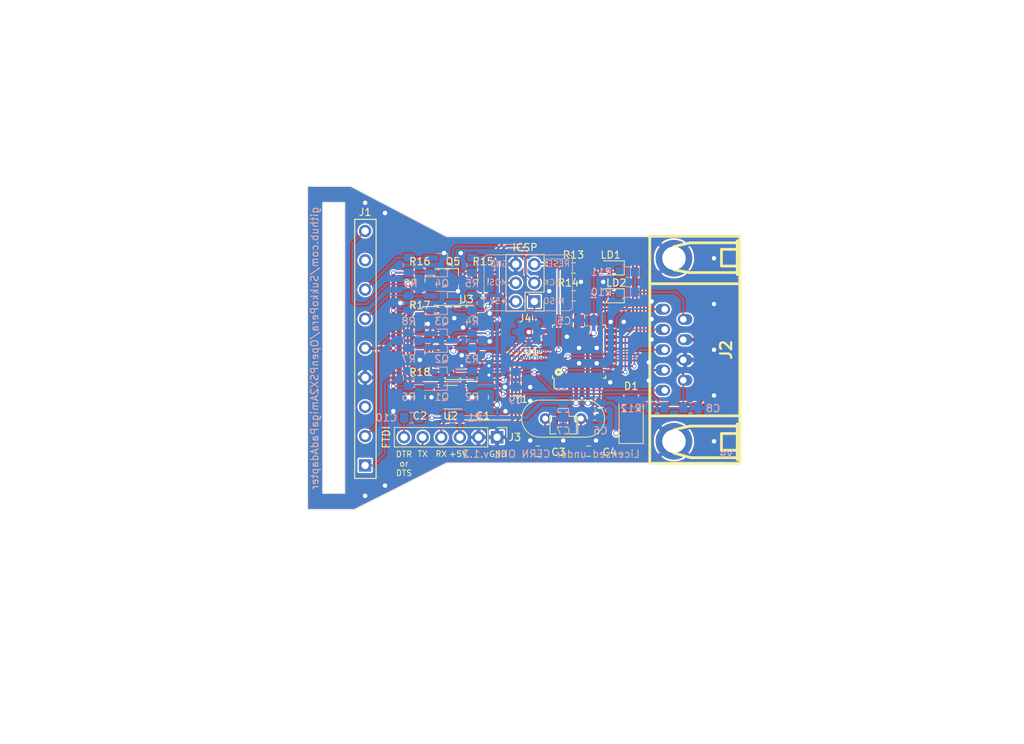
<source format=kicad_pcb>
(kicad_pcb (version 20171130) (host pcbnew 5.1.5)
  (title_block (title OpenPSX2AmigaPadAdapter) (date 2020-04-04) (rev 4) (company SukkoPera) (comment 1 "Licensed under CERN OHL v.1.2"))
  (layers (0 F.Cu signal) (31 B.Cu signal) (36 B.SilkS user) (37 F.SilkS user) (38 B.Mask user) (39 F.Mask user) (44 Edge.Cuts user))
  (net 0 "")
  (net 1 GND)
  (net 2 +5V)
  (net 3 +3V3)
  (net 4 /reset)
  (net 5 "Net-(D1-Pad2)")
  (net 6 /ps_data_3v3)
  (net 7 /ps_cmd_3v3)
  (net 8 /ps_attn_3v3)
  (net 9 /ps_clk_3v3)
  (net 10 /ami_left)
  (net 11 /ami_down)
  (net 12 /ami_up)
  (net 13 /ami_right)
  (net 14 /ami_potx)
  (net 15 /ami_poty)
  (net 16 /ami_fire)
  (net 17 /tx)
  (net 18 /rx)
  (net 19 /miso)
  (net 20 /ps_clk)
  (net 21 /mosi)
  (net 22 /ps_attn)
  (net 23 /led1)
  (net 24 /led2)
  (net 25 "Net-(LD1-Pad2)")
  (net 26 "Net-(LD2-Pad2)")
  (net 27 /ps_ack_3v3)
  (net 28 /ps_ack)
  (net 29 "Net-(R10-Pad2)")
  (net 30 /sda)
  (net 31 /scl)
  (net 32 /clk-)
  (net 33 /clk+)
  (net 34 "Net-(R18-Pad1)")
  (net 35 /dtr_in)
  (module OpenPSX2AmigaPadAdapter:PSX_Pad_Connector (layer F.Cu) (at 102.616 75.9825 180)
    (fp_text reference J1 (at -14 18.5785) (layer F.SilkS))
    (fp_text value TO_PSX_PAD)
    (pad 1 thru_hole rect (at -14 -16 180) (size 1.7 1.7) (drill 1) (layers *.Cu *.Mask) (net 6 /ps_data_3v3))
    (pad 2 thru_hole oval (at -14 -12 180) (size 1.7 1.7) (drill 1) (layers *.Cu *.Mask) (net 7 /ps_cmd_3v3))
    (pad 3 thru_hole oval (at -14 -8 180) (size 1.7 1.7) (drill 1) (layers *.Cu *.Mask))
    (pad 4 thru_hole oval (at -14 -4 180) (size 1.7 1.7) (drill 1) (layers *.Cu *.Mask) (net 1 GND))
    (pad 5 thru_hole oval (at -14 0 180) (size 1.7 1.7) (drill 1) (layers *.Cu *.Mask) (net 3 +3V3))
    (pad 6 thru_hole oval (at -14 4 180) (size 1.7 1.7) (drill 1) (layers *.Cu *.Mask) (net 8 /ps_attn_3v3))
    (pad 7 thru_hole oval (at -14 8 180) (size 1.7 1.7) (drill 1) (layers *.Cu *.Mask) (net 9 /ps_clk_3v3))
    (pad 8 thru_hole oval (at -14 12 180) (size 1.7 1.7) (drill 1) (layers *.Cu *.Mask))
    (pad 9 thru_hole oval (at -14 16 180) (size 1.7 1.7) (drill 1) (layers *.Cu *.Mask) (net 27 /ps_ack_3v3))
  )
  (module Connector_PinHeader_2.54mm:PinHeader_1x06_P2.54mm_Vertical (layer F.Cu) (at 134.62 88.138 270)
    (fp_text reference J3 (at 0 -2.413 180) (layer F.SilkS))
    (fp_text value CONN_FTDI)
    (pad 1 thru_hole rect (at 0 0 270) (size 1.7 1.7) (drill 1) (layers *.Cu *.Mask) (net 1 GND))
    (pad 2 thru_hole oval (at 0 2.54 270) (size 1.7 1.7) (drill 1) (layers *.Cu *.Mask) (net 1 GND))
    (pad 3 thru_hole oval (at 0 5.08 270) (size 1.7 1.7) (drill 1) (layers *.Cu *.Mask) (net 2 +5V))
    (pad 4 thru_hole oval (at 0 7.62 270) (size 1.7 1.7) (drill 1) (layers *.Cu *.Mask) (net 18 /rx))
    (pad 5 thru_hole oval (at 0 10.16 270) (size 1.7 1.7) (drill 1) (layers *.Cu *.Mask) (net 17 /tx))
    (pad 6 thru_hole oval (at 0 12.7 270) (size 1.7 1.7) (drill 1) (layers *.Cu *.Mask) (net 35 /dtr_in))
  )
  (module OpenPSX2AmigaPadAdapter:DB_9F (layer F.Cu) (at 165.862 76.2 90)
    (fp_text reference J2 (at -0.000001 0 90) (layer F.SilkS) (effects (font (size 1.524 1.524) (thickness 0.3048))))
    (fp_text value DB9_F hide)
    (pad 0 thru_hole circle (at -12.49426 -7.112 90) (size 5.00126 5.00126) (drill 3.2004) (layers *.Cu *.Mask) (net 1 GND))
    (pad 6 thru_hole oval (at 4.15544 -5.842 90) (size 1.50114 1.99898) (drill 0.89916 (offset 0 0.24892)) (layers *.Cu *.Mask) (net 16 /ami_fire))
    (pad 7 thru_hole oval (at 1.3843 -5.842 90) (size 1.50114 1.99898) (drill 0.89916 (offset 0 0.24892)) (layers *.Cu *.Mask) (net 5 "Net-(D1-Pad2)"))
    (pad 8 thru_hole oval (at -1.3843 -5.842 90) (size 1.50114 1.99898) (drill 0.89916 (offset 0 0.24892)) (layers *.Cu *.Mask) (net 1 GND))
    (pad 9 thru_hole oval (at -4.15544 -5.842 90) (size 1.50114 1.99898) (drill 0.89916 (offset 0 0.24892)) (layers *.Cu *.Mask) (net 15 /ami_poty))
    (pad 5 thru_hole oval (at -5.53974 -8.382 90) (size 1.50114 1.99898) (drill 0.89916 (offset 0 -0.24892)) (layers *.Cu *.Mask) (net 14 /ami_potx))
    (pad 4 thru_hole oval (at -2.77114 -8.382 90) (size 1.50114 1.99898) (drill 0.89916 (offset 0 -0.24892)) (layers *.Cu *.Mask) (net 13 /ami_right))
    (pad 1 thru_hole oval (at 5.53974 -8.382 90) (size 1.50114 1.99898) (drill 0.89916 (offset 0 -0.24892)) (layers *.Cu *.Mask) (net 12 /ami_up))
    (pad 2 thru_hole oval (at 2.77114 -8.382 90) (size 1.50114 1.99898) (drill 0.89916 (offset 0 -0.24892)) (layers *.Cu *.Mask) (net 11 /ami_down))
    (pad 3 thru_hole oval (at 0 -8.382 90) (size 1.50114 1.99898) (drill 0.89916 (offset 0 -0.24892)) (layers *.Cu *.Mask) (net 10 /ami_left))
    (pad 0 thru_hole circle (at 12.49426 -7.112 90) (size 5.00126 5.00126) (drill 3.2004) (layers *.Cu *.Mask) (net 1 GND))
  )
  (module Capacitor_SMD:C_0805_2012Metric_Pad1.15x1.40mm_HandSolder (layer B.Cu) (at 143.637 84.483 90)
    (fp_text reference C7 (at -2.766 0 180) (layer B.SilkS) (effects (justify mirror)))
    (fp_text value 100n)
    (pad 2 smd roundrect (at 1.025 0 90) (size 1.15 1.4) (layers B.Cu B.Paste B.Mask) (roundrect_rratio 0.217391) (net 2 +5V))
    (pad 1 smd roundrect (at -1.025 0 90) (size 1.15 1.4) (layers B.Cu B.Paste B.Mask) (roundrect_rratio 0.217391) (net 1 GND))
  )
  (module Capacitor_SMD:C_0805_2012Metric_Pad1.15x1.40mm_HandSolder (layer B.Cu) (at 148.717 84.483 90)
    (fp_text reference C6 (at -2.766 0 180) (layer B.SilkS) (effects (justify mirror)))
    (fp_text value 100n)
    (pad 1 smd roundrect (at -1.025 0 90) (size 1.15 1.4) (layers B.Cu B.Paste B.Mask) (roundrect_rratio 0.217391) (net 1 GND))
    (pad 2 smd roundrect (at 1.025 0 90) (size 1.15 1.4) (layers B.Cu B.Paste B.Mask) (roundrect_rratio 0.217391) (net 2 +5V))
  )
  (module Capacitor_SMD:C_0805_2012Metric_Pad1.15x1.40mm_HandSolder (layer B.Cu) (at 146.771 72.204)
    (fp_text reference C5 (at -3.007 0.059) (layer B.SilkS) (effects (justify mirror)))
    (fp_text value 100n)
    (pad 2 smd roundrect (at 1.025 0) (size 1.15 1.4) (layers B.Cu B.Paste B.Mask) (roundrect_rratio 0.217391) (net 2 +5V))
    (pad 1 smd roundrect (at -1.025 0) (size 1.15 1.4) (layers B.Cu B.Paste B.Mask) (roundrect_rratio 0.217391) (net 1 GND))
  )
  (module Capacitor_SMD:C_0805_2012Metric_Pad1.15x1.40mm_HandSolder (layer F.Cu) (at 140.162 90.043)
    (fp_text reference C3 (at 2.84 0.127) (layer F.SilkS))
    (fp_text value 22p)
    (pad 1 smd roundrect (at -1.025 0) (size 1.15 1.4) (layers F.Cu F.Paste F.Mask) (roundrect_rratio 0.217391) (net 1 GND))
    (pad 2 smd roundrect (at 1.025 0) (size 1.15 1.4) (layers F.Cu F.Paste F.Mask) (roundrect_rratio 0.217391) (net 32 /clk-))
  )
  (module Capacitor_SMD:C_0805_2012Metric_Pad1.15x1.40mm_HandSolder (layer F.Cu) (at 147.092 90.043 180)
    (fp_text reference C4 (at -2.895 -0.127) (layer F.SilkS))
    (fp_text value 22p)
    (pad 2 smd roundrect (at 1.025 0 180) (size 1.15 1.4) (layers F.Cu F.Paste F.Mask) (roundrect_rratio 0.217391) (net 33 /clk+))
    (pad 1 smd roundrect (at -1.025 0 180) (size 1.15 1.4) (layers F.Cu F.Paste F.Mask) (roundrect_rratio 0.217391) (net 1 GND))
  )
  (module Capacitor_SMD:C_0805_2012Metric_Pad1.15x1.40mm_HandSolder (layer B.Cu) (at 122.945 85.471)
    (fp_text reference C10 (at -3.438 0) (layer B.SilkS) (effects (justify mirror)))
    (fp_text value 100n)
    (pad 1 smd roundrect (at -1.025 0) (size 1.15 1.4) (layers B.Cu B.Paste B.Mask) (roundrect_rratio 0.217391) (net 35 /dtr_in))
    (pad 2 smd roundrect (at 1.025 0) (size 1.15 1.4) (layers B.Cu B.Paste B.Mask) (roundrect_rratio 0.217391) (net 4 /reset))
  )
  (module LED_SMD:LED_0805_2012Metric_Pad1.15x1.40mm_HandSolder (layer F.Cu) (at 150.114 68.834 180)
    (fp_text reference LD2 (at -0.762 1.778) (layer F.SilkS))
    (fp_text value LED)
    (pad 2 smd roundrect (at 1.025 0 180) (size 1.15 1.4) (layers F.Cu F.Paste F.Mask) (roundrect_rratio 0.217391) (net 26 "Net-(LD2-Pad2)"))
    (pad 1 smd roundrect (at -1.025 0 180) (size 1.15 1.4) (layers F.Cu F.Paste F.Mask) (roundrect_rratio 0.217391) (net 1 GND))
  )
  (module LED_SMD:LED_0805_2012Metric_Pad1.15x1.40mm_HandSolder (layer F.Cu) (at 150.114 65.024 180)
    (fp_text reference LD1 (at 0 1.778) (layer F.SilkS))
    (fp_text value LED)
    (pad 1 smd roundrect (at -1.025 0 180) (size 1.15 1.4) (layers F.Cu F.Paste F.Mask) (roundrect_rratio 0.217391) (net 1 GND))
    (pad 2 smd roundrect (at 1.025 0 180) (size 1.15 1.4) (layers F.Cu F.Paste F.Mask) (roundrect_rratio 0.217391) (net 25 "Net-(LD1-Pad2)"))
  )
  (module Resistor_SMD:R_0805_2012Metric_Pad1.15x1.40mm_HandSolder (layer B.Cu) (at 128.515 85.471 180)
    (fp_text reference R1 (at -3.048 0) (layer B.SilkS) (effects (justify mirror)))
    (fp_text value 10k)
    (pad 1 smd roundrect (at -1.025 0 180) (size 1.15 1.4) (layers B.Cu B.Paste B.Mask) (roundrect_rratio 0.217391) (net 2 +5V))
    (pad 2 smd roundrect (at 1.025 0 180) (size 1.15 1.4) (layers B.Cu B.Paste B.Mask) (roundrect_rratio 0.217391) (net 4 /reset))
  )
  (module Resistor_SMD:R_0805_2012Metric_Pad1.15x1.40mm_HandSolder (layer B.Cu) (at 131.191 80.137 90)
    (fp_text reference R2 (at -2.5 0) (layer B.SilkS) (effects (justify mirror)))
    (fp_text value 10k)
    (pad 1 smd roundrect (at -1.025 0 90) (size 1.15 1.4) (layers B.Cu B.Paste B.Mask) (roundrect_rratio 0.217391) (net 2 +5V))
    (pad 2 smd roundrect (at 1.025 0 90) (size 1.15 1.4) (layers B.Cu B.Paste B.Mask) (roundrect_rratio 0.217391) (net 19 /miso))
  )
  (module Resistor_SMD:R_0805_2012Metric_Pad1.15x1.40mm_HandSolder (layer B.Cu) (at 131.191 74.972332 90)
    (fp_text reference R3 (at -2.5 0) (layer B.SilkS) (effects (justify mirror)))
    (fp_text value 10k)
    (pad 1 smd roundrect (at -1.025 0 90) (size 1.15 1.4) (layers B.Cu B.Paste B.Mask) (roundrect_rratio 0.217391) (net 2 +5V))
    (pad 2 smd roundrect (at 1.025 0 90) (size 1.15 1.4) (layers B.Cu B.Paste B.Mask) (roundrect_rratio 0.217391) (net 21 /mosi))
  )
  (module Resistor_SMD:R_0805_2012Metric_Pad1.15x1.40mm_HandSolder (layer B.Cu) (at 131.191 69.807666 270)
    (fp_text reference R4 (at 2.5 0) (layer B.SilkS) (effects (justify mirror)))
    (fp_text value 10k)
    (pad 1 smd roundrect (at -1.025 0 270) (size 1.15 1.4) (layers B.Cu B.Paste B.Mask) (roundrect_rratio 0.217391) (net 2 +5V))
    (pad 2 smd roundrect (at 1.025 0 270) (size 1.15 1.4) (layers B.Cu B.Paste B.Mask) (roundrect_rratio 0.217391) (net 22 /ps_attn))
  )
  (module Resistor_SMD:R_0805_2012Metric_Pad1.15x1.40mm_HandSolder (layer B.Cu) (at 131.191 64.643 270)
    (fp_text reference R5 (at 2.5 0) (layer B.SilkS) (effects (justify mirror)))
    (fp_text value 10k)
    (pad 1 smd roundrect (at -1.025 0 270) (size 1.15 1.4) (layers B.Cu B.Paste B.Mask) (roundrect_rratio 0.217391) (net 2 +5V))
    (pad 2 smd roundrect (at 1.025 0 270) (size 1.15 1.4) (layers B.Cu B.Paste B.Mask) (roundrect_rratio 0.217391) (net 20 /ps_clk))
  )
  (module Resistor_SMD:R_0805_2012Metric_Pad1.15x1.40mm_HandSolder (layer B.Cu) (at 122.555 80.137 90)
    (fp_text reference R6 (at -2.5 0) (layer B.SilkS) (effects (justify mirror)))
    (fp_text value 10k)
    (pad 2 smd roundrect (at 1.025 0 90) (size 1.15 1.4) (layers B.Cu B.Paste B.Mask) (roundrect_rratio 0.217391) (net 6 /ps_data_3v3))
    (pad 1 smd roundrect (at -1.025 0 90) (size 1.15 1.4) (layers B.Cu B.Paste B.Mask) (roundrect_rratio 0.217391) (net 3 +3V3))
  )
  (module Resistor_SMD:R_0805_2012Metric_Pad1.15x1.40mm_HandSolder (layer B.Cu) (at 122.555 74.9575 90)
    (fp_text reference R7 (at -2.5 0) (layer B.SilkS) (effects (justify mirror)))
    (fp_text value 10k)
    (pad 2 smd roundrect (at 1.025 0 90) (size 1.15 1.4) (layers B.Cu B.Paste B.Mask) (roundrect_rratio 0.217391) (net 7 /ps_cmd_3v3))
    (pad 1 smd roundrect (at -1.025 0 90) (size 1.15 1.4) (layers B.Cu B.Paste B.Mask) (roundrect_rratio 0.217391) (net 3 +3V3))
  )
  (module Resistor_SMD:R_0805_2012Metric_Pad1.15x1.40mm_HandSolder (layer B.Cu) (at 122.555 69.807666 90)
    (fp_text reference R8 (at -2.5 0) (layer B.SilkS) (effects (justify mirror)))
    (fp_text value 10k)
    (pad 2 smd roundrect (at 1.025 0 90) (size 1.15 1.4) (layers B.Cu B.Paste B.Mask) (roundrect_rratio 0.217391) (net 8 /ps_attn_3v3))
    (pad 1 smd roundrect (at -1.025 0 90) (size 1.15 1.4) (layers B.Cu B.Paste B.Mask) (roundrect_rratio 0.217391) (net 3 +3V3))
  )
  (module Resistor_SMD:R_0805_2012Metric_Pad1.15x1.40mm_HandSolder (layer B.Cu) (at 122.555 64.643 90)
    (fp_text reference R9 (at -2.5 0.254) (layer B.SilkS) (effects (justify mirror)))
    (fp_text value 10k)
    (pad 2 smd roundrect (at 1.025 0 90) (size 1.15 1.4) (layers B.Cu B.Paste B.Mask) (roundrect_rratio 0.217391) (net 9 /ps_clk_3v3))
    (pad 1 smd roundrect (at -1.025 0 90) (size 1.15 1.4) (layers B.Cu B.Paste B.Mask) (roundrect_rratio 0.217391) (net 3 +3V3))
  )
  (module Resistor_SMD:R_0805_2012Metric_Pad1.15x1.40mm_HandSolder (layer B.Cu) (at 152.4 68.326 180)
    (fp_text reference R10 (at 3.556 0) (layer B.SilkS) (effects (justify mirror)))
    (fp_text value 100)
    (pad 2 smd roundrect (at 1.025 0 180) (size 1.15 1.4) (layers B.Cu B.Paste B.Mask) (roundrect_rratio 0.217391) (net 29 "Net-(R10-Pad2)"))
    (pad 1 smd roundrect (at -1.025 0 180) (size 1.15 1.4) (layers B.Cu B.Paste B.Mask) (roundrect_rratio 0.217391) (net 16 /ami_fire))
  )
  (module Resistor_SMD:R_0805_2012Metric_Pad1.15x1.40mm_HandSolder (layer F.Cu) (at 145.034 68.834 180)
    (fp_text reference R14 (at 0.6985 1.778) (layer F.SilkS))
    (fp_text value 220)
    (pad 1 smd roundrect (at -1.025 0 180) (size 1.15 1.4) (layers F.Cu F.Paste F.Mask) (roundrect_rratio 0.217391) (net 26 "Net-(LD2-Pad2)"))
    (pad 2 smd roundrect (at 1.025 0 180) (size 1.15 1.4) (layers F.Cu F.Paste F.Mask) (roundrect_rratio 0.217391) (net 24 /led2))
  )
  (module Resistor_SMD:R_0805_2012Metric_Pad1.15x1.40mm_HandSolder (layer F.Cu) (at 145.034 65.024 180)
    (fp_text reference R13 (at 0 1.778) (layer F.SilkS))
    (fp_text value 220)
    (pad 2 smd roundrect (at 1.025 0 180) (size 1.15 1.4) (layers F.Cu F.Paste F.Mask) (roundrect_rratio 0.217391) (net 23 /led1))
    (pad 1 smd roundrect (at -1.025 0 180) (size 1.15 1.4) (layers F.Cu F.Paste F.Mask) (roundrect_rratio 0.217391) (net 25 "Net-(LD1-Pad2)"))
  )
  (module Package_QFP:TQFP-32_7x7mm_P0.8mm (layer F.Cu) (at 145.796 76.454 90)
    (fp_text reference U1 (at 0 -6.477 180) (layer F.SilkS))
    (fp_text value ATmega328P-AU)
    (pad 1 smd rect (at -4.25 -2.8 90) (size 1.6 0.55) (layers F.Cu F.Paste F.Mask) (net 29 "Net-(R10-Pad2)"))
    (pad 2 smd rect (at -4.25 -2 90) (size 1.6 0.55) (layers F.Cu F.Paste F.Mask) (net 12 /ami_up))
    (pad 3 smd rect (at -4.25 -1.2 90) (size 1.6 0.55) (layers F.Cu F.Paste F.Mask) (net 1 GND))
    (pad 4 smd rect (at -4.25 -0.4 90) (size 1.6 0.55) (layers F.Cu F.Paste F.Mask) (net 2 +5V))
    (pad 5 smd rect (at -4.25 0.4 90) (size 1.6 0.55) (layers F.Cu F.Paste F.Mask) (net 1 GND))
    (pad 6 smd rect (at -4.25 1.2 90) (size 1.6 0.55) (layers F.Cu F.Paste F.Mask) (net 2 +5V))
    (pad 7 smd rect (at -4.25 2 90) (size 1.6 0.55) (layers F.Cu F.Paste F.Mask) (net 32 /clk-))
    (pad 8 smd rect (at -4.25 2.8 90) (size 1.6 0.55) (layers F.Cu F.Paste F.Mask) (net 33 /clk+))
    (pad 9 smd rect (at -2.8 4.25 180) (size 1.6 0.55) (layers F.Cu F.Paste F.Mask) (net 11 /ami_down))
    (pad 10 smd rect (at -2 4.25 180) (size 1.6 0.55) (layers F.Cu F.Paste F.Mask) (net 10 /ami_left))
    (pad 11 smd rect (at -1.2 4.25 180) (size 1.6 0.55) (layers F.Cu F.Paste F.Mask) (net 13 /ami_right))
    (pad 12 smd rect (at -0.4 4.25 180) (size 1.6 0.55) (layers F.Cu F.Paste F.Mask) (net 15 /ami_poty))
    (pad 13 smd rect (at 0.4 4.25 180) (size 1.6 0.55) (layers F.Cu F.Paste F.Mask) (net 28 /ps_ack))
    (pad 14 smd rect (at 1.2 4.25 180) (size 1.6 0.55) (layers F.Cu F.Paste F.Mask) (net 22 /ps_attn))
    (pad 15 smd rect (at 2 4.25 180) (size 1.6 0.55) (layers F.Cu F.Paste F.Mask) (net 21 /mosi))
    (pad 16 smd rect (at 2.8 4.25 180) (size 1.6 0.55) (layers F.Cu F.Paste F.Mask) (net 19 /miso))
    (pad 17 smd rect (at 4.25 2.8 90) (size 1.6 0.55) (layers F.Cu F.Paste F.Mask) (net 20 /ps_clk))
    (pad 18 smd rect (at 4.25 2 90) (size 1.6 0.55) (layers F.Cu F.Paste F.Mask) (net 2 +5V))
    (pad 19 smd rect (at 4.25 1.2 90) (size 1.6 0.55) (layers F.Cu F.Paste F.Mask))
    (pad 20 smd rect (at 4.25 0.4 90) (size 1.6 0.55) (layers F.Cu F.Paste F.Mask))
    (pad 21 smd rect (at 4.25 -0.4 90) (size 1.6 0.55) (layers F.Cu F.Paste F.Mask) (net 1 GND))
    (pad 22 smd rect (at 4.25 -1.2 90) (size 1.6 0.55) (layers F.Cu F.Paste F.Mask))
    (pad 23 smd rect (at 4.25 -2 90) (size 1.6 0.55) (layers F.Cu F.Paste F.Mask) (net 24 /led2))
    (pad 24 smd rect (at 4.25 -2.8 90) (size 1.6 0.55) (layers F.Cu F.Paste F.Mask) (net 23 /led1))
    (pad 25 smd rect (at 2.8 -4.25 180) (size 1.6 0.55) (layers F.Cu F.Paste F.Mask))
    (pad 26 smd rect (at 2 -4.25 180) (size 1.6 0.55) (layers F.Cu F.Paste F.Mask))
    (pad 27 smd rect (at 1.2 -4.25 180) (size 1.6 0.55) (layers F.Cu F.Paste F.Mask) (net 30 /sda))
    (pad 28 smd rect (at 0.4 -4.25 180) (size 1.6 0.55) (layers F.Cu F.Paste F.Mask) (net 31 /scl))
    (pad 29 smd rect (at -0.4 -4.25 180) (size 1.6 0.55) (layers F.Cu F.Paste F.Mask) (net 4 /reset))
    (pad 30 smd rect (at -1.2 -4.25 180) (size 1.6 0.55) (layers F.Cu F.Paste F.Mask) (net 18 /rx))
    (pad 31 smd rect (at -2 -4.25 180) (size 1.6 0.55) (layers F.Cu F.Paste F.Mask) (net 17 /tx))
    (pad 32 smd rect (at -2.8 -4.25 180) (size 1.6 0.55) (layers F.Cu F.Paste F.Mask) (net 14 /ami_potx))
  )
  (module Crystal:Crystal_HC49-U_Vertical (layer F.Cu) (at 141.187 85.598)
    (fp_text reference Y1 (at -3.265 -2.667) (layer F.SilkS))
    (fp_text value 16M)
    (pad 2 thru_hole circle (at 4.88 0) (size 1.5 1.5) (drill 0.8) (layers *.Cu *.Mask) (net 33 /clk+))
    (pad 1 thru_hole circle (at 0 0) (size 1.5 1.5) (drill 0.8) (layers *.Cu *.Mask) (net 32 /clk-))
  )
  (module Connector_PinHeader_2.54mm:PinHeader_2x03_P2.54mm_Vertical (layer F.Cu) (at 139.7 69.596 180)
    (fp_text reference J4 (at 1.27 -2.33) (layer F.SilkS))
    (fp_text value CONN_ICSP)
    (pad 6 thru_hole oval (at 2.54 5.08 180) (size 1.7 1.7) (drill 1) (layers *.Cu *.Mask) (net 1 GND))
    (pad 5 thru_hole oval (at 0 5.08 180) (size 1.7 1.7) (drill 1) (layers *.Cu *.Mask) (net 4 /reset))
    (pad 4 thru_hole oval (at 2.54 2.54 180) (size 1.7 1.7) (drill 1) (layers *.Cu *.Mask) (net 21 /mosi))
    (pad 3 thru_hole oval (at 0 2.54 180) (size 1.7 1.7) (drill 1) (layers *.Cu *.Mask) (net 20 /ps_clk))
    (pad 2 thru_hole oval (at 2.54 0 180) (size 1.7 1.7) (drill 1) (layers *.Cu *.Mask) (net 2 +5V))
    (pad 1 thru_hole rect (at 0 0 180) (size 1.7 1.7) (drill 1) (layers *.Cu *.Mask) (net 19 /miso))
  )
  (module Symbol:OSHW-Logo_5.7x6mm_Copper (layer B.Cu) (at 138.938 74.549 180)
    (fp_text reference J99 hide)
    (fp_text value OSHW_LOGO hide)
    (fp_poly (pts (xy -1.908759 -1.469184) (xy -1.882247 -1.482282) (xy -1.849553 -1.505106) (xy -1.825725 -1.529996) (xy -1.809406 -1.561249) (xy -1.79924 -1.603166) (xy -1.793872 -1.660044) (xy -1.791944 -1.736184) (xy -1.791831 -1.768917) (xy -1.792161 -1.840656) (xy -1.793527 -1.891927) (xy -1.7965 -1.927404) (xy -1.801649 -1.951763) (xy -1.809543 -1.96968) (xy -1.817757 -1.981902) (xy -1.870187 -2.033905) (xy -1.93193 -2.065184) (xy -1.998536 -2.074592) (xy -2.065558 -2.06098) (xy -2.086792 -2.051354) (xy -2.137624 -2.024859) (xy -2.137624 -2.440052) (xy -2.100525 -2.420868) (xy -2.051643 -2.406025) (xy -1.991561 -2.402222) (xy -1.931564 -2.409243) (xy -1.886256 -2.425013) (xy -1.848675 -2.455047) (xy -1.816564 -2.498024) (xy -1.81415 -2.502436) (xy -1.803967 -2.523221) (xy -1.79653 -2.54417) (xy -1.791411 -2.569548) (xy -1.788181 -2.603618) (xy -1.786413 -2.650641) (xy -1.785677 -2.714882) (xy -1.785544 -2.787176) (xy -1.785544 -3.017822) (xy -1.923861 -3.017822) (xy -1.923861 -2.592533) (xy -1.962549 -2.559979) (xy -2.002738 -2.53394) (xy -2.040797 -2.529205) (xy -2.079066 -2.541389) (xy -2.099462 -2.55332) (xy -2.114642 -2.570313) (xy -2.125438 -2.595995) (xy -2.132683 -2.633991) (xy -2.137208 -2.687926) (xy -2.139844 -2.761425) (xy -2.140772 -2.810347) (xy -2.143911 -3.011535) (xy -2.209926 -3.015336) (xy -2.27594 -3.019136) (xy -2.27594 -1.77065) (xy -2.137624 -1.77065) (xy -2.134097 -1.840254) (xy -2.122215 -1.888569) (xy -2.10002 -1.918631) (xy -2.065559 -1.933471) (xy -2.030742 -1.936436) (xy -1.991329 -1.933028) (xy -1.965171 -1.919617) (xy -1.948814 -1.901896) (xy -1.935937 -1.882835) (xy -1.928272 -1.861601) (xy -1.924861 -1.831849) (xy -1.924749 -1.787236) (xy -1.925897 -1.74988) (xy -1.928532 -1.693604) (xy -1.932456 -1.656658) (xy -1.939063 -1.633223) (xy -1.949749 -1.61748) (xy -1.959833 -1.60838) (xy -2.00197 -1.588537) (xy -2.05184 -1.585332) (xy -2.080476 -1.592168) (xy -2.108828 -1.616464) (xy -2.127609 -1.663728) (xy -2.136712 -1.733624) (xy -2.137624 -1.77065) (xy -2.27594 -1.77065) (xy -2.27594 -1.458614) (xy -2.206782 -1.458614) (xy -2.16526 -1.460256) (xy -2.143838 -1.466087) (xy -2.137626 -1.477461) (xy -2.137624 -1.477798) (xy -2.134742 -1.488938) (xy -2.12203 -1.487673) (xy -2.096757 -1.475433) (xy -2.037869 -1.456707) (xy -1.971615 -1.454739) (xy -1.908759 -1.469184)) (layer B.Cu) (width 0.01))
    (fp_poly (pts (xy -1.38421 -2.406555) (xy -1.325055 -2.422339) (xy -1.280023 -2.450948) (xy -1.248246 -2.488419) (xy -1.238366 -2.504411) (xy -1.231073 -2.521163) (xy -1.225974 -2.542592) (xy -1.222679 -2.572616) (xy -1.220797 -2.615154) (xy -1.219937 -2.674122) (xy -1.219707 -2.75344) (xy -1.219703 -2.774484) (xy -1.219703 -3.017822) (xy -1.280059 -3.017822) (xy -1.318557 -3.015126) (xy -1.347023 -3.008295) (xy -1.354155 -3.004083) (xy -1.373652 -2.996813) (xy -1.393566 -3.004083) (xy -1.426353 -3.01316) (xy -1.473978 -3.016813) (xy -1.526764 -3.015228) (xy -1.575036 -3.008589) (xy -1.603218 -3.000072) (xy -1.657753 -2.965063) (xy -1.691835 -2.916479) (xy -1.707157 -2.851882) (xy -1.707299 -2.850223) (xy -1.705955 -2.821566) (xy -1.584356 -2.821566) (xy -1.573726 -2.854161) (xy -1.55641 -2.872505) (xy -1.521652 -2.886379) (xy -1.475773 -2.891917) (xy -1.428988 -2.889191) (xy -1.391514 -2.878274) (xy -1.381015 -2.871269) (xy -1.362668 -2.838904) (xy -1.35802 -2.802111) (xy -1.35802 -2.753763) (xy -1.427582 -2.753763) (xy -1.493667 -2.75885) (xy -1.543764 -2.773263) (xy -1.574929 -2.795729) (xy -1.584356 -2.821566) (xy -1.705955 -2.821566) (xy -1.703987 -2.779647) (xy -1.68071 -2.723845) (xy -1.636948 -2.681647) (xy -1.630899 -2.677808) (xy -1.604907 -2.665309) (xy -1.572735 -2.65774) (xy -1.52776 -2.654061) (xy -1.474331 -2.653216) (xy -1.35802 -2.653169) (xy -1.35802 -2.604411) (xy -1.362953 -2.566581) (xy -1.375543 -2.541236) (xy -1.377017 -2.539887) (xy -1.405034 -2.5288) (xy -1.447326 -2.524503) (xy -1.494064 -2.526615) (xy -1.535418 -2.534756) (xy -1.559957 -2.546965) (xy -1.573253 -2.556746) (xy -1.587294 -2.558613) (xy -1.606671 -2.5506) (xy -1.635976 -2.530739) (xy -1.679803 -2.497063) (xy -1.683825 -2.493909) (xy -1.681764 -2.482236) (xy -1.664568 -2.462822) (xy -1.638433 -2.441248) (xy -1.609552 -2.423096) (xy -1.600478 -2.418809) (xy -1.56738 -2.410256) (xy -1.51888 -2.404155) (xy -1.464695 -2.401708) (xy -1.462161 -2.401703) (xy -1.38421 -2.406555)) (layer B.Cu) (width 0.01))
    (fp_poly (pts (xy -0.993356 -2.40302) (xy -0.974539 -2.40866) (xy -0.968473 -2.421053) (xy -0.968218 -2.426647) (xy -0.967129 -2.44223) (xy -0.959632 -2.444676) (xy -0.939381 -2.433993) (xy -0.927351 -2.426694) (xy -0.8894 -2.411063) (xy -0.844072 -2.403334) (xy -0.796544 -2.40274) (xy -0.751995 -2.408513) (xy -0.715602 -2.419884) (xy -0.692543 -2.436088) (xy -0.687996 -2.456355) (xy -0.690291 -2.461843) (xy -0.70702 -2.484626) (xy -0.732963 -2.512647) (xy -0.737655 -2.517177) (xy -0.762383 -2.538005) (xy -0.783718 -2.544735) (xy -0.813555 -2.540038) (xy -0.825508 -2.536917) (xy -0.862705 -2.529421) (xy -0.888859 -2.532792) (xy -0.910946 -2.544681) (xy -0.931178 -2.560635) (xy -0.946079 -2.5807) (xy -0.956434 -2.608702) (xy -0.963029 -2.648467) (xy -0.966649 -2.703823) (xy -0.968078 -2.778594) (xy -0.968218 -2.82374) (xy -0.968218 -3.017822) (xy -1.09396 -3.017822) (xy -1.09396 -2.401683) (xy -1.031089 -2.401683) (xy -0.993356 -2.40302)) (layer B.Cu) (width 0.01))
    (fp_poly (pts (xy -0.201188 -3.017822) (xy -0.270346 -3.017822) (xy -0.310488 -3.016645) (xy -0.331394 -3.011772) (xy -0.338922 -3.001186) (xy -0.339505 -2.994029) (xy -0.340774 -2.979676) (xy -0.348779 -2.976923) (xy -0.369815 -2.985771) (xy -0.386173 -2.994029) (xy -0.448977 -3.013597) (xy -0.517248 -3.014729) (xy -0.572752 -3.000135) (xy -0.624438 -2.964877) (xy -0.663838 -2.912835) (xy -0.685413 -2.85145) (xy -0.685962 -2.848018) (xy -0.689167 -2.810571) (xy -0.690761 -2.756813) (xy -0.690633 -2.716155) (xy -0.553279 -2.716155) (xy -0.550097 -2.770194) (xy -0.542859 -2.814735) (xy -0.53306 -2.839888) (xy -0.495989 -2.87426) (xy -0.451974 -2.886582) (xy -0.406584 -2.876618) (xy -0.367797 -2.846895) (xy -0.353108 -2.826905) (xy -0.344519 -2.80305) (xy -0.340496 -2.76823) (xy -0.339505 -2.71593) (xy -0.341278 -2.664139) (xy -0.345963 -2.618634) (xy -0.352603 -2.588181) (xy -0.35371 -2.585452) (xy -0.380491 -2.553) (xy -0.419579 -2.535183) (xy -0.463315 -2.532306) (xy -0.504038 -2.544674) (xy -0.534087 -2.572593) (xy -0.537204 -2.578148) (xy -0.546961 -2.612022) (xy -0.552277 -2.660728) (xy -0.553279 -2.716155) (xy -0.690633 -2.716155) (xy -0.690568 -2.69554) (xy -0.689664 -2.662563) (xy -0.683514 -2.580981) (xy -0.670733 -2.51973) (xy -0.649471 -2.474449) (xy -0.617878 -2.440779) (xy -0.587207 -2.421014) (xy -0.544354 -2.40712) (xy -0.491056 -2.402354) (xy -0.43648 -2.406236) (xy -0.389792 -2.418282) (xy -0.365124 -2.432693) (xy -0.339505 -2.455878) (xy -0.339505 -2.162773) (xy -0.201188 -2.162773) (xy -0.201188 -3.017822)) (layer B.Cu) (width 0.01))
    (fp_poly (pts (xy 0.281524 -2.404237) (xy 0.331255 -2.407971) (xy 0.461291 -2.797773) (xy 0.481678 -2.728614) (xy 0.493946 -2.685874) (xy 0.510085 -2.628115) (xy 0.527512 -2.564625) (xy 0.536726 -2.53057) (xy 0.571388 -2.401683) (xy 0.714391 -2.401683) (xy 0.671646 -2.536857) (xy 0.650596 -2.603342) (xy 0.625167 -2.683539) (xy 0.59861 -2.767193) (xy 0.574902 -2.841782) (xy 0.520902 -3.011535) (xy 0.462598 -3.015328) (xy 0.404295 -3.019122) (xy 0.372679 -2.914734) (xy 0.353182 -2.849889) (xy 0.331904 -2.7784) (xy 0.313308 -2.715263) (xy 0.312574 -2.71275) (xy 0.298684 -2.669969) (xy 0.286429 -2.640779) (xy 0.277846 -2.629741) (xy 0.276082 -2.631018) (xy 0.269891 -2.64813) (xy 0.258128 -2.684787) (xy 0.242225 -2.736378) (xy 0.223614 -2.798294) (xy 0.213543 -2.832352) (xy 0.159007 -3.017822) (xy 0.043264 -3.017822) (xy -0.049263 -2.725471) (xy -0.075256 -2.643462) (xy -0.098934 -2.568987) (xy -0.11918 -2.505544) (xy -0.134874 -2.456632) (xy -0.144898 -2.425749) (xy -0.147945 -2.416726) (xy -0.145533 -2.407487) (xy -0.126592 -2.403441) (xy -0.087177 -2.403846) (xy -0.081007 -2.404152) (xy -0.007914 -2.407971) (xy 0.039957 -2.58401) (xy 0.057553 -2.648211) (xy 0.073277 -2.704649) (xy 0.085746 -2.748422) (xy 0.093574 -2.77463) (xy 0.09502 -2.778903) (xy 0.101014 -2.77399) (xy 0.113101 -2.748532) (xy 0.129893 -2.705997) (xy 0.150003 -2.64985) (xy 0.167003 -2.59913) (xy 0.231794 -2.400504) (xy 0.281524 -2.404237)) (layer B.Cu) (width 0.01))
    (fp_poly (pts (xy 1.038411 -2.405417) (xy 1.091411 -2.41829) (xy 1.106731 -2.42511) (xy 1.136428 -2.442974) (xy 1.15922 -2.463093) (xy 1.176083 -2.488962) (xy 1.187998 -2.524073) (xy 1.195942 -2.57192) (xy 1.200894 -2.635996) (xy 1.203831 -2.719794) (xy 1.204947 -2.775768) (xy 1.209052 -3.017822) (xy 1.138932 -3.017822) (xy 1.096393 -3.016038) (xy 1.074476 -3.009942) (xy 1.068812 -2.999706) (xy 1.065821 -2.988637) (xy 1.052451 -2.990754) (xy 1.034233 -2.999629) (xy 0.988624 -3.013233) (xy 0.930007 -3.016899) (xy 0.868354 -3.010903) (xy 0.813638 -2.995521) (xy 0.80873 -2.993386) (xy 0.758723 -2.958255) (xy 0.725756 -2.909419) (xy 0.710587 -2.852333) (xy 0.711746 -2.831824) (xy 0.835508 -2.831824) (xy 0.846413 -2.859425) (xy 0.878745 -2.879204) (xy 0.93091 -2.889819) (xy 0.958787 -2.891228) (xy 1.005247 -2.88762) (xy 1.036129 -2.873597) (xy 1.043664 -2.866931) (xy 1.064076 -2.830666) (xy 1.068812 -2.797773) (xy 1.068812 -2.753763) (xy 1.007513 -2.753763) (xy 0.936256 -2.757395) (xy 0.886276 -2.768818) (xy 0.854696 -2.788824) (xy 0.847626 -2.797743) (xy 0.835508 -2.831824) (xy 0.711746 -2.831824) (xy 0.713971 -2.792456) (xy 0.736663 -2.735244) (xy 0.767624 -2.69658) (xy 0.786376 -2.679864) (xy 0.804733 -2.668878) (xy 0.828619 -2.66218) (xy 0.863957 -2.658326) (xy 0.916669 -2.655873) (xy 0.937577 -2.655168) (xy 1.068812 -2.650879) (xy 1.06862 -2.611158) (xy 1.063537 -2.569405) (xy 1.045162 -2.544158) (xy 1.008039 -2.52803) (xy 1.007043 -2.527742) (xy 0.95441 -2.5214) (xy 0.902906 -2.529684) (xy 0.86463 -2.549827) (xy 0.849272 -2.559773) (xy 0.83273 -2.558397) (xy 0.807275 -2.543987) (xy 0.792328 -2.533817) (xy 0.763091 -2.512088) (xy 0.74498 -2.4958) (xy 0.742074 -2.491137) (xy 0.75404 -2.467005) (xy 0.789396 -2.438185) (xy 0.804753 -2.428461) (xy 0.848901 -2.411714) (xy 0.908398 -2.402227) (xy 0.974487 -2.400095) (xy 1.038411 -2.405417)) (layer B.Cu) (width 0.01))
    (fp_poly (pts (xy 1.635255 -2.401486) (xy 1.683595 -2.411015) (xy 1.711114 -2.425125) (xy 1.740064 -2.448568) (xy 1.698876 -2.500571) (xy 1.673482 -2.532064) (xy 1.656238 -2.547428) (xy 1.639102 -2.549776) (xy 1.614027 -2.542217) (xy 1.602257 -2.537941) (xy 1.55427 -2.531631) (xy 1.510324 -2.545156) (xy 1.47806 -2.57571) (xy 1.472819 -2.585452) (xy 1.467112 -2.611258) (xy 1.462706 -2.658817) (xy 1.459811 -2.724758) (xy 1.458631 -2.80571) (xy 1.458614 -2.817226) (xy 1.458614 -3.017822) (xy 1.320297 -3.017822) (xy 1.320297 -2.401683) (xy 1.389456 -2.401683) (xy 1.429333 -2.402725) (xy 1.450107 -2.407358) (xy 1.457789 -2.417849) (xy 1.458614 -2.427745) (xy 1.458614 -2.453806) (xy 1.491745 -2.427745) (xy 1.529735 -2.409965) (xy 1.58077 -2.401174) (xy 1.635255 -2.401486)) (layer B.Cu) (width 0.01))
    (fp_poly (pts (xy 2.032581 -2.40497) (xy 2.092685 -2.420597) (xy 2.143021 -2.452848) (xy 2.167393 -2.47694) (xy 2.207345 -2.533895) (xy 2.230242 -2.599965) (xy 2.238108 -2.681182) (xy 2.238148 -2.687748) (xy 2.238218 -2.753763) (xy 1.858264 -2.753763) (xy 1.866363 -2.788342) (xy 1.880987 -2.819659) (xy 1.906581 -2.852291) (xy 1.911935 -2.8575) (xy 1.957943 -2.885694) (xy 2.01041 -2.890475) (xy 2.070803 -2.871926) (xy 2.08104 -2.866931) (xy 2.112439 -2.851745) (xy 2.13347 -2.843094) (xy 2.137139 -2.842293) (xy 2.149948 -2.850063) (xy 2.174378 -2.869072) (xy 2.186779 -2.87946) (xy 2.212476 -2.903321) (xy 2.220915 -2.919077) (xy 2.215058 -2.933571) (xy 2.211928 -2.937534) (xy 2.190725 -2.954879) (xy 2.155738 -2.975959) (xy 2.131337 -2.988265) (xy 2.062072 -3.009946) (xy 1.985388 -3.016971) (xy 1.912765 -3.008647) (xy 1.892426 -3.002686) (xy 1.829476 -2.968952) (xy 1.782815 -2.917045) (xy 1.752173 -2.846459) (xy 1.737282 -2.756692) (xy 1.735647 -2.709753) (xy 1.740421 -2.641413) (xy 1.86099 -2.641413) (xy 1.872652 -2.646465) (xy 1.903998 -2.650429) (xy 1.949571 -2.652768) (xy 1.980446 -2.653169) (xy 2.035981 -2.652783) (xy 2.071033 -2.650975) (xy 2.090262 -2.646773) (xy 2.09833 -2.639203) (xy 2.099901 -2.628218) (xy 2.089121 -2.594381) (xy 2.06198 -2.56094) (xy 2.026277 -2.535272) (xy 1.99056 -2.524772) (xy 1.942048 -2.534086) (xy 1.900053 -2.561013) (xy 1.870936 -2.599827) (xy 1.86099 -2.641413) (xy 1.740421 -2.641413) (xy 1.742599 -2.610236) (xy 1.764055 -2.530949) (xy 1.80047 -2.471263) (xy 1.852297 -2.430549) (xy 1.91999 -2.408179) (xy 1.956662 -2.403871) (xy 2.032581 -2.40497)) (layer B.Cu) (width 0.01))
    (fp_poly (pts (xy -2.538261 -1.465148) (xy -2.472479 -1.494231) (xy -2.42254 -1.542793) (xy -2.388374 -1.610908) (xy -2.369907 -1.698651) (xy -2.368583 -1.712351) (xy -2.367546 -1.808939) (xy -2.380993 -1.893602) (xy -2.408108 -1.962221) (xy -2.422627 -1.984294) (xy -2.473201 -2.031011) (xy -2.537609 -2.061268) (xy -2.609666 -2.073824) (xy -2.683185 -2.067439) (xy -2.739072 -2.047772) (xy -2.787132 -2.014629) (xy -2.826412 -1.971175) (xy -2.827092 -1.970158) (xy -2.843044 -1.943338) (xy -2.85341 -1.916368) (xy -2.859688 -1.882332) (xy -2.863373 -1.83431) (xy -2.864997 -1.794931) (xy -2.865672 -1.759219) (xy -2.739955 -1.759219) (xy -2.738726 -1.79477) (xy -2.734266 -1.842094) (xy -2.726397 -1.872465) (xy -2.712207 -1.894072) (xy -2.698917 -1.906694) (xy -2.651802 -1.933122) (xy -2.602505 -1.936653) (xy -2.556593 -1.917639) (xy -2.533638 -1.896331) (xy -2.517096 -1.874859) (xy -2.507421 -1.854313) (xy -2.503174 -1.827574) (xy -2.50292 -1.787523) (xy -2.504228 -1.750638) (xy -2.507043 -1.697947) (xy -2.511505 -1.663772) (xy -2.519548 -1.64148) (xy -2.533103 -1.624442) (xy -2.543845 -1.614703) (xy -2.588777 -1.589123) (xy -2.637249 -1.587847) (xy -2.677894 -1.602999) (xy -2.712567 -1.634642) (xy -2.733224 -1.68662) (xy -2.739955 -1.759219) (xy -2.865672 -1.759219) (xy -2.866479 -1.716621) (xy -2.863948 -1.658056) (xy -2.856362 -1.614007) (xy -2.842681 -1.579248) (xy -2.821865 -1.548551) (xy -2.814147 -1.539436) (xy -2.765889 -1.494021) (xy -2.714128 -1.467493) (xy -2.650828 -1.456379) (xy -2.619961 -1.455471) (xy -2.538261 -1.465148)) (layer B.Cu) (width 0.01))
    (fp_poly (pts (xy -1.356699 -1.472614) (xy -1.344168 -1.478514) (xy -1.300799 -1.510283) (xy -1.25979 -1.556646) (xy -1.229168 -1.607696) (xy -1.220459 -1.631166) (xy -1.212512 -1.673091) (xy -1.207774 -1.723757) (xy -1.207199 -1.744679) (xy -1.207129 -1.810693) (xy -1.587083 -1.810693) (xy -1.578983 -1.845273) (xy -1.559104 -1.88617) (xy -1.524347 -1.921514) (xy -1.482998 -1.944282) (xy -1.456649 -1.94901) (xy -1.420916 -1.943273) (xy -1.378282 -1.928882) (xy -1.363799 -1.922262) (xy -1.31024 -1.895513) (xy -1.264533 -1.930376) (xy -1.238158 -1.953955) (xy -1.224124 -1.973417) (xy -1.223414 -1.979129) (xy -1.235951 -1.992973) (xy -1.263428 -2.014012) (xy -1.288366 -2.030425) (xy -1.355664 -2.05993) (xy -1.43111 -2.073284) (xy -1.505888 -2.069812) (xy -1.565495 -2.051663) (xy -1.626941 -2.012784) (xy -1.670608 -1.961595) (xy -1.697926 -1.895367) (xy -1.710322 -1.811371) (xy -1.711421 -1.772936) (xy -1.707022 -1.684861) (xy -1.706482 -1.682299) (xy -1.580582 -1.682299) (xy -1.577115 -1.690558) (xy -1.562863 -1.695113) (xy -1.53347 -1.697065) (xy -1.484575 -1.697517) (xy -1.465748 -1.697525) (xy -1.408467 -1.696843) (xy -1.372141 -1.694364) (xy -1.352604 -1.689443) (xy -1.34569 -1.681434) (xy -1.345445 -1.678862) (xy -1.353336 -1.658423) (xy -1.373085 -1.629789) (xy -1.381575 -1.619763) (xy -1.413094 -1.591408) (xy -1.445949 -1.580259) (xy -1.463651 -1.579327) (xy -1.511539 -1.590981) (xy -1.551699 -1.622285) (xy -1.577173 -1.667752) (xy -1.577625 -1.669233) (xy -1.580582 -1.682299) (xy -1.706482 -1.682299) (xy -1.692392 -1.61551) (xy -1.666038 -1.560025) (xy -1.633807 -1.520639) (xy -1.574217 -1.477931) (xy -1.504168 -1.455109) (xy -1.429661 -1.453046) (xy -1.356699 -1.472614)) (layer B.Cu) (width 0.01))
    (fp_poly (pts (xy 0.014017 -1.456452) (xy 0.061634 -1.465482) (xy 0.111034 -1.48437) (xy 0.116312 -1.486777) (xy 0.153774 -1.506476) (xy 0.179717 -1.524781) (xy 0.188103 -1.536508) (xy 0.180117 -1.555632) (xy 0.16072 -1.58385) (xy 0.15211 -1.594384) (xy 0.116628 -1.635847) (xy 0.070885 -1.608858) (xy 0.02735 -1.590878) (xy -0.02295 -1.581267) (xy -0.071188 -1.58066) (xy -0.108533 -1.589691) (xy -0.117495 -1.595327) (xy -0.134563 -1.621171) (xy -0.136637 -1.650941) (xy -0.123866 -1.674197) (xy -0.116312 -1.678708) (xy -0.093675 -1.684309) (xy -0.053885 -1.690892) (xy -0.004834 -1.697183) (xy 0.004215 -1.69817) (xy 0.082996 -1.711798) (xy 0.140136 -1.734946) (xy 0.17803 -1.769752) (xy 0.199079 -1.818354) (xy 0.205635 -1.877718) (xy 0.196577 -1.945198) (xy 0.167164 -1.998188) (xy 0.117278 -2.036783) (xy 0.0468 -2.061081) (xy -0.031435 -2.070667) (xy -0.095234 -2.070552) (xy -0.146984 -2.061845) (xy -0.182327 -2.049825) (xy -0.226983 -2.02888) (xy -0.268253 -2.004574) (xy -0.282921 -1.993876) (xy -0.320643 -1.963084) (xy -0.275148 -1.917049) (xy -0.229653 -1.871013) (xy -0.177928 -1.905243) (xy -0.126048 -1.930952) (xy -0.070649 -1.944399) (xy -0.017395 -1.945818) (xy 0.028049 -1.935443) (xy 0.060016 -1.913507) (xy 0.070338 -1.894998) (xy 0.068789 -1.865314) (xy 0.04314 -1.842615) (xy -0.00654 -1.82694) (xy -0.060969 -1.819695) (xy -0.144736 -1.805873) (xy -0.206967 -1.779796) (xy -0.248493 -1.740699) (xy -0.270147 -1.68782) (xy -0.273147 -1.625126) (xy -0.258329 -1.559642) (xy -0.224546 -1.510144) (xy -0.171495 -1.476408) (xy -0.098874 -1.458207) (xy -0.045072 -1.454639) (xy 0.014017 -1.456452)) (layer B.Cu) (width 0.01))
    (fp_poly (pts (xy 0.610762 -1.466055) (xy 0.674363 -1.500692) (xy 0.724123 -1.555372) (xy 0.747568 -1.599842) (xy 0.757634 -1.639121) (xy 0.764156 -1.695116) (xy 0.766951 -1.759621) (xy 0.765836 -1.824429) (xy 0.760626 -1.881334) (xy 0.754541 -1.911727) (xy 0.734014 -1.953306) (xy 0.698463 -1.997468) (xy 0.655619 -2.036087) (xy 0.613211 -2.061034) (xy 0.612177 -2.06143) (xy 0.559553 -2.072331) (xy 0.497188 -2.072601) (xy 0.437924 -2.062676) (xy 0.41504 -2.054722) (xy 0.356102 -2.0213) (xy 0.31389 -1.977511) (xy 0.286156 -1.919538) (xy 0.270651 -1.843565) (xy 0.267143 -1.803771) (xy 0.26759 -1.753766) (xy 0.402376 -1.753766) (xy 0.406917 -1.826732) (xy 0.419986 -1.882334) (xy 0.440756 -1.917861) (xy 0.455552 -1.92802) (xy 0.493464 -1.935104) (xy 0.538527 -1.933007) (xy 0.577487 -1.922812) (xy 0.587704 -1.917204) (xy 0.614659 -1.884538) (xy 0.632451 -1.834545) (xy 0.640024 -1.773705) (xy 0.636325 -1.708497) (xy 0.628057 -1.669253) (xy 0.60432 -1.623805) (xy 0.566849 -1.595396) (xy 0.52172 -1.585573) (xy 0.475011 -1.595887) (xy 0.439132 -1.621112) (xy 0.420277 -1.641925) (xy 0.409272 -1.662439) (xy 0.404026 -1.690203) (xy 0.402449 -1.732762) (xy 0.402376 -1.753766) (xy 0.26759 -1.753766) (xy 0.268094 -1.69758) (xy 0.285388 -1.610501) (xy 0.319029 -1.54253) (xy 0.369018 -1.493664) (xy 0.435356 -1.463899) (xy 0.449601 -1.460448) (xy 0.53521 -1.452345) (xy 0.610762 -1.466055)) (layer B.Cu) (width 0.01))
    (fp_poly (pts (xy 0.993367 -1.654342) (xy 0.994555 -1.746563) (xy 0.998897 -1.81661) (xy 1.007558 -1.867381) (xy 1.021704 -1.901772) (xy 1.0425 -1.922679) (xy 1.07111 -1.933) (xy 1.106535 -1.935636) (xy 1.143636 -1.932682) (xy 1.171818 -1.921889) (xy 1.192243 -1.90036) (xy 1.206079 -1.865199) (xy 1.214491 -1.81351) (xy 1.218643 -1.742394) (xy 1.219703 -1.654342) (xy 1.219703 -1.458614) (xy 1.35802 -1.458614) (xy 1.35802 -2.062179) (xy 1.288862 -2.062179) (xy 1.24717 -2.060489) (xy 1.225701 -2.054556) (xy 1.219703 -2.043293) (xy 1.216091 -2.033261) (xy 1.201714 -2.035383) (xy 1.172736 -2.04958) (xy 1.106319 -2.07148) (xy 1.035875 -2.069928) (xy 0.968377 -2.046147) (xy 0.936233 -2.027362) (xy 0.911715 -2.007022) (xy 0.893804 -1.981573) (xy 0.881479 -1.947458) (xy 0.873723 -1.901121) (xy 0.869516 -1.839007) (xy 0.86784 -1.757561) (xy 0.867624 -1.694578) (xy 0.867624 -1.458614) (xy 0.993367 -1.458614) (xy 0.993367 -1.654342)) (layer B.Cu) (width 0.01))
    (fp_poly (pts (xy 2.217226 -1.46388) (xy 2.29008 -1.49483) (xy 2.313027 -1.509895) (xy 2.342354 -1.533048) (xy 2.360764 -1.551253) (xy 2.363961 -1.557183) (xy 2.354935 -1.57034) (xy 2.331837 -1.592667) (xy 2.313344 -1.60825) (xy 2.262728 -1.648926) (xy 2.22276 -1.615295) (xy 2.191874 -1.593584) (xy 2.161759 -1.58609) (xy 2.127292 -1.58792) (xy 2.072561 -1.601528) (xy 2.034886 -1.629772) (xy 2.011991 -1.675433) (xy 2.001597 -1.741289) (xy 2.001595 -1.741331) (xy 2.002494 -1.814939) (xy 2.016463 -1.868946) (xy 2.044328 -1.905716) (xy 2.063325 -1.918168) (xy 2.113776 -1.933673) (xy 2.167663 -1.933683) (xy 2.214546 -1.918638) (xy 2.225644 -1.911287) (xy 2.253476 -1.892511) (xy 2.275236 -1.889434) (xy 2.298704 -1.903409) (xy 2.324649 -1.92851) (xy 2.365716 -1.97088) (xy 2.320121 -2.008464) (xy 2.249674 -2.050882) (xy 2.170233 -2.071785) (xy 2.087215 -2.070272) (xy 2.032694 -2.056411) (xy 1.96897 -2.022135) (xy 1.918005 -1.968212) (xy 1.894851 -1.930149) (xy 1.876099 -1.875536) (xy 1.866715 -1.806369) (xy 1.866643 -1.731407) (xy 1.875824 -1.659409) (xy 1.894199 -1.599137) (xy 1.897093 -1.592958) (xy 1.939952 -1.532351) (xy 1.997979 -1.488224) (xy 2.066591 -1.461493) (xy 2.141201 -1.453073) (xy 2.217226 -1.46388)) (layer B.Cu) (width 0.01))
    (fp_poly (pts (xy 2.677898 -1.456457) (xy 2.710096 -1.464279) (xy 2.771825 -1.492921) (xy 2.82461 -1.536667) (xy 2.861141 -1.589117) (xy 2.86616 -1.600893) (xy 2.873045 -1.63174) (xy 2.877864 -1.677371) (xy 2.879505 -1.723492) (xy 2.879505 -1.810693) (xy 2.697178 -1.810693) (xy 2.621979 -1.810978) (xy 2.569003 -1.812704) (xy 2.535325 -1.817181) (xy 2.51802 -1.82572) (xy 2.514163 -1.83963) (xy 2.520829 -1.860222) (xy 2.53277 -1.884315) (xy 2.56608 -1.924525) (xy 2.612368 -1.944558) (xy 2.668944 -1.943905) (xy 2.733031 -1.922101) (xy 2.788417 -1.895193) (xy 2.834375 -1.931532) (xy 2.880333 -1.967872) (xy 2.837096 -2.007819) (xy 2.779374 -2.045563) (xy 2.708386 -2.06832) (xy 2.632029 -2.074688) (xy 2.558199 -2.063268) (xy 2.546287 -2.059393) (xy 2.481399 -2.025506) (xy 2.43313 -1.974986) (xy 2.400465 -1.906325) (xy 2.382385 -1.818014) (xy 2.382175 -1.816121) (xy 2.380556 -1.719878) (xy 2.3871 -1.685542) (xy 2.514852 -1.685542) (xy 2.526584 -1.690822) (xy 2.558438 -1.694867) (xy 2.605397 -1.697176) (xy 2.635154 -1.697525) (xy 2.690648 -1.697306) (xy 2.725346 -1.695916) (xy 2.743601 -1.692251) (xy 2.749766 -1.68521) (xy 2.748195 -1.67369) (xy 2.746878 -1.669233) (xy 2.724382 -1.627355) (xy 2.689003 -1.593604) (xy 2.65778 -1.578773) (xy 2.616301 -1.579668) (xy 2.574269 -1.598164) (xy 2.539012 -1.628786) (xy 2.517854 -1.666062) (xy 2.514852 -1.685542) (xy 2.3871 -1.685542) (xy 2.39669 -1.635229) (xy 2.428698 -1.564191) (xy 2.474701 -1.508779) (xy 2.532821 -1.471009) (xy 2.60118 -1.452896) (xy 2.677898 -1.456457)) (layer B.Cu) (width 0.01))
    (fp_poly (pts (xy -0.754012 -1.469002) (xy -0.722717 -1.48395) (xy -0.692409 -1.505541) (xy -0.669318 -1.530391) (xy -0.6525 -1.562087) (xy -0.641006 -1.604214) (xy -0.633891 -1.660358) (xy -0.630207 -1.734106) (xy -0.629008 -1.829044) (xy -0.628989 -1.838985) (xy -0.628713 -2.062179) (xy -0.76703 -2.062179) (xy -0.76703 -1.856418) (xy -0.767128 -1.780189) (xy -0.767809 -1.724939) (xy -0.769651 -1.686501) (xy -0.773233 -1.660706) (xy -0.779132 -1.643384) (xy -0.787927 -1.630368) (xy -0.80018 -1.617507) (xy -0.843047 -1.589873) (xy -0.889843 -1.584745) (xy -0.934424 -1.602217) (xy -0.949928 -1.615221) (xy -0.96131 -1.627447) (xy -0.969481 -1.64054) (xy -0.974974 -1.658615) (xy -0.97832 -1.685787) (xy -0.980051 -1.72617) (xy -0.980697 -1.783879) (xy -0.980792 -1.854132) (xy -0.980792 -2.062179) (xy -1.119109 -2.062179) (xy -1.119109 -1.458614) (xy -1.04995 -1.458614) (xy -1.008428 -1.460256) (xy -0.987006 -1.466087) (xy -0.980795 -1.477461) (xy -0.980792 -1.477798) (xy -0.97791 -1.488938) (xy -0.965199 -1.487674) (xy -0.939926 -1.475434) (xy -0.882605 -1.457424) (xy -0.817037 -1.455421) (xy -0.754012 -1.469002)) (layer B.Cu) (width 0.01))
    (fp_poly (pts (xy 1.79946 -1.45803) (xy 1.842711 -1.471245) (xy 1.870558 -1.487941) (xy 1.879629 -1.501145) (xy 1.877132 -1.516797) (xy 1.860931 -1.541385) (xy 1.847232 -1.5588) (xy 1.818992 -1.590283) (xy 1.797775 -1.603529) (xy 1.779688 -1.602664) (xy 1.726035 -1.58901) (xy 1.68663 -1.58963) (xy 1.654632 -1.605104) (xy 1.64389 -1.614161) (xy 1.609505 -1.646027) (xy 1.609505 -2.062179) (xy 1.471188 -2.062179) (xy 1.471188 -1.458614) (xy 1.540347 -1.458614) (xy 1.581869 -1.460256) (xy 1.603291 -1.466087) (xy 1.609502 -1.477461) (xy 1.609505 -1.477798) (xy 1.612439 -1.489713) (xy 1.625704 -1.488159) (xy 1.644084 -1.479563) (xy 1.682046 -1.463568) (xy 1.712872 -1.453945) (xy 1.752536 -1.451478) (xy 1.79946 -1.45803)) (layer B.Cu) (width 0.01))
    (fp_poly (pts (xy 0.376964 2.709982) (xy 0.433812 2.40843) (xy 0.853338 2.235488) (xy 1.104984 2.406605) (xy 1.175458 2.45425) (xy 1.239163 2.49679) (xy 1.293126 2.532285) (xy 1.334373 2.55879) (xy 1.359934 2.574364) (xy 1.366895 2.577722) (xy 1.379435 2.569086) (xy 1.406231 2.545208) (xy 1.44428 2.509141) (xy 1.490579 2.463933) (xy 1.542123 2.412636) (xy 1.595909 2.358299) (xy 1.648935 2.303972) (xy 1.698195 2.252705) (xy 1.740687 2.207549) (xy 1.773407 2.171554) (xy 1.793351 2.14777) (xy 1.798119 2.13981) (xy 1.791257 2.125135) (xy 1.77202 2.092986) (xy 1.74243 2.046508) (xy 1.70451 1.988844) (xy 1.660282 1.92314) (xy 1.634654 1.885664) (xy 1.587941 1.817232) (xy 1.546432 1.75548) (xy 1.51214 1.703481) (xy 1.48708 1.664308) (xy 1.473264 1.641035) (xy 1.471188 1.636145) (xy 1.475895 1.622245) (xy 1.488723 1.58985) (xy 1.507738 1.543515) (xy 1.531003 1.487794) (xy 1.556584 1.427242) (xy 1.582545 1.366414) (xy 1.60695 1.309864) (xy 1.627863 1.262148) (xy 1.643349 1.227819) (xy 1.651472 1.211432) (xy 1.651952 1.210788) (xy 1.664707 1.207659) (xy 1.698677 1.200679) (xy 1.75034 1.190533) (xy 1.816176 1.177908) (xy 1.892664 1.163491) (xy 1.93729 1.155177) (xy 2.019021 1.139616) (xy 2.092843 1.124808) (xy 2.155021 1.111564) (xy 2.201822 1.100695) (xy 2.229509 1.093011) (xy 2.235074 1.090573) (xy 2.240526 1.07407) (xy 2.244924 1.0368) (xy 2.248272 0.98312) (xy 2.250574 0.917388) (xy 2.251832 0.843963) (xy 2.252048 0.767204) (xy 2.251227 0.691468) (xy 2.249371 0.621114) (xy 2.246482 0.5605) (xy 2.242565 0.513984) (xy 2.237622 0.485925) (xy 2.234657 0.480084) (xy 2.216934 0.473083) (xy 2.179381 0.463073) (xy 2.126964 0.451231) (xy 2.064652 0.438733) (xy 2.0429 0.43469) (xy 1.938024 0.41548) (xy 1.85518 0.400009) (xy 1.79163 0.387663) (xy 1.744637 0.377827) (xy 1.711463 0.369886) (xy 1.689371 0.363224) (xy 1.675624 0.357227) (xy 1.667484 0.351281) (xy 1.666345 0.350106) (xy 1.654977 0.331174) (xy 1.637635 0.294331) (xy 1.61605 0.244087) (xy 1.591954 0.184954) (xy 1.567079 0.121444) (xy 1.543157 0.058068) (xy 1.521919 -0.000662) (xy 1.505097 -0.050235) (xy 1.494422 -0.086139) (xy 1.491627 -0.103862) (xy 1.49186 -0.104483) (xy 1.501331 -0.11897) (xy 1.522818 -0.150844) (xy 1.554063 -0.196789) (xy 1.592807 -0.253485) (xy 1.636793 -0.317617) (xy 1.649319 -0.335842) (xy 1.693984 -0.401914) (xy 1.733288 -0.4622) (xy 1.765088 -0.513235) (xy 1.787245 -0.55156) (xy 1.797617 -0.573711) (xy 1.798119 -0.576432) (xy 1.789405 -0.590736) (xy 1.765325 -0.619072) (xy 1.728976 -0.658396) (xy 1.683453 -0.705661) (xy 1.631852 -0.757823) (xy 1.577267 -0.811835) (xy 1.522794 -0.864653) (xy 1.471529 -0.913231) (xy 1.426567 -0.954523) (xy 1.391004 -0.985485) (xy 1.367935 -1.00307) (xy 1.361554 -1.005941) (xy 1.346699 -0.999178) (xy 1.316286 -0.980939) (xy 1.275268 -0.954297) (xy 1.243709 -0.932852) (xy 1.186525 -0.893503) (xy 1.118806 -0.847171) (xy 1.05088 -0.800913) (xy 1.014361 -0.776155) (xy 0.890752 -0.692547) (xy 0.786991 -0.74865) (xy 0.73972 -0.773228) (xy 0.699523 -0.792331) (xy 0.672326 -0.803227) (xy 0.665402 -0.804743) (xy 0.657077 -0.793549) (xy 0.640654 -0.761917) (xy 0.617357 -0.712765) (xy 0.588414 -0.64901) (xy 0.55505 -0.573571) (xy 0.518491 -0.489364) (xy 0.479964 -0.399308) (xy 0.440694 -0.306321) (xy 0.401908 -0.21332) (xy 0.36483 -0.123223) (xy 0.330689 -0.038948) (xy 0.300708 0.036587) (xy 0.276116 0.100466) (xy 0.258136 0.149769) (xy 0.247997 0.181579) (xy 0.246366 0.192504) (xy 0.259291 0.206439) (xy 0.287589 0.22906) (xy 0.325346 0.255667) (xy 0.328515 0.257772) (xy 0.4261 0.335886) (xy 0.504786 0.427018) (xy 0.563891 0.528255) (xy 0.602732 0.636682) (xy 0.620628 0.749386) (xy 0.616897 0.863452) (xy 0.590857 0.975966) (xy 0.541825 1.084015) (xy 0.5274 1.107655) (xy 0.452369 1.203113) (xy 0.36373 1.279768) (xy 0.264549 1.33722) (xy 0.157895 1.375071) (xy 0.046836 1.392922) (xy -0.065561 1.390375) (xy -0.176227 1.36703) (xy -0.282094 1.32249) (xy -0.380095 1.256355) (xy -0.41041 1.229513) (xy -0.487562 1.145488) (xy -0.543782 1.057034) (xy -0.582347 0.957885) (xy -0.603826 0.859697) (xy -0.609128 0.749303) (xy -0.591448 0.63836) (xy -0.552581 0.530619) (xy -0.494323 0.429831) (xy -0.418469 0.339744) (xy -0.326817 0.264108) (xy -0.314772 0.256136) (xy -0.276611 0.230026) (xy -0.247601 0.207405) (xy -0.233732 0.192961) (xy -0.233531 0.192504) (xy -0.236508 0.176879) (xy -0.248311 0.141418) (xy -0.267714 0.089038) (xy -0.293488 0.022655) (xy -0.324409 -0.054814) (xy -0.359249 -0.14045) (xy -0.396783 -0.231337) (xy -0.435783 -0.324559) (xy -0.475023 -0.417197) (xy -0.513276 -0.506335) (xy -0.549317 -0.589055) (xy -0.581917 -0.662441) (xy -0.609852 -0.723575) (xy -0.631895 -0.769541) (xy -0.646818 -0.797421) (xy -0.652828 -0.804743) (xy -0.671191 -0.799041) (xy -0.705552 -0.783749) (xy -0.749984 -0.761599) (xy -0.774417 -0.74865) (xy -0.878178 -0.692547) (xy -1.001787 -0.776155) (xy -1.064886 -0.818987) (xy -1.13397 -0.866122) (xy -1.198707 -0.910503) (xy -1.231134 -0.932852) (xy -1.276741 -0.963477) (xy -1.31536 -0.987747) (xy -1.341952 -1.002587) (xy -1.35059 -1.005724) (xy -1.363161 -0.997261) (xy -1.390984 -0.973636) (xy -1.431361 -0.937302) (xy -1.481595 -0.890711) (xy -1.538988 -0.836317) (xy -1.575286 -0.801392) (xy -1.63879 -0.738996) (xy -1.693673 -0.683188) (xy -1.737714 -0.636354) (xy -1.768695 -0.600882) (xy -1.784398 -0.579161) (xy -1.785905 -0.574752) (xy -1.778914 -0.557985) (xy -1.759594 -0.524082) (xy -1.730091 -0.476476) (xy -1.692545 -0.418599) (xy -1.6491 -0.353884) (xy -1.636745 -0.335842) (xy -1.591727 -0.270267) (xy -1.55134 -0.211228) (xy -1.51784 -0.162042) (xy -1.493486 -0.126028) (xy -1.480536 -0.106502) (xy -1.479285 -0.104483) (xy -1.481156 -0.088922) (xy -1.491087 -0.054709) (xy -1.507347 -0.006355) (xy -1.528205 0.051629) (xy -1.551927 0.11473) (xy -1.576784 0.178437) (xy -1.601042 0.238239) (xy -1.622971 0.289624) (xy -1.640838 0.328081) (xy -1.652913 0.349098) (xy -1.653771 0.350106) (xy -1.661154 0.356112) (xy -1.673625 0.362052) (xy -1.69392 0.36854) (xy -1.724778 0.376191) (xy -1.768934 0.38562) (xy -1.829126 0.397441) (xy -1.908093 0.412271) (xy -2.00857 0.430723) (xy -2.030325 0.43469) (xy -2.094802 0.447147) (xy -2.151011 0.459334) (xy -2.193987 0.470074) (xy -2.21876 0.478191) (xy -2.222082 0.480084) (xy -2.227556 0.496862) (xy -2.232006 0.534355) (xy -2.235428 0.588206) (xy -2.237819 0.654056) (xy -2.239177 0.727547) (xy -2.239499 0.80432) (xy -2.238781 0.880017) (xy -2.237021 0.95028) (xy -2.234216 1.01075) (xy -2.230362 1.05707) (xy -2.225457 1.084881) (xy -2.2225 1.090573) (xy -2.206037 1.096314) (xy -2.168551 1.105655) (xy -2.113775 1.117785) (xy -2.045445 1.131893) (xy -1.967294 1.14717) (xy -1.924716 1.155177) (xy -1.843929 1.170279) (xy -1.771887 1.18396) (xy -1.712111 1.195533) (xy -1.668121 1.204313) (xy -1.643439 1.209613) (xy -1.639377 1.210788) (xy -1.632511 1.224035) (xy -1.617998 1.255943) (xy -1.597771 1.301953) (xy -1.573766 1.357508) (xy -1.547918 1.418047) (xy -1.52216 1.479014) (xy -1.498427 1.535849) (xy -1.478654 1.583994) (xy -1.464776 1.61889) (xy -1.458726 1.635979) (xy -1.458614 1.636726) (xy -1.465472 1.650207) (xy -1.484698 1.68123) (xy -1.514272 1.726711) (xy -1.552173 1.783568) (xy -1.59638 1.848717) (xy -1.622079 1.886138) (xy -1.668907 1.954753) (xy -1.710499 2.017048) (xy -1.744825 2.069871) (xy -1.769857 2.110073) (xy -1.783565 2.1345) (xy -1.785544 2.139976) (xy -1.777034 2.152722) (xy -1.753507 2.179937) (xy -1.717968 2.218572) (xy -1.673423 2.265577) (xy -1.622877 2.317905) (xy -1.569336 2.372505) (xy -1.515805 2.42633) (xy -1.465289 2.47633) (xy -1.420794 2.519457) (xy -1.385325 2.552661) (xy -1.361887 2.572894) (xy -1.354046 2.577722) (xy -1.34128 2.570933) (xy -1.310744 2.551858) (xy -1.26541 2.522439) (xy -1.208244 2.484619) (xy -1.142216 2.440339) (xy -1.09241 2.406605) (xy -0.840764 2.235488) (xy -0.631001 2.321959) (xy -0.421237 2.40843) (xy -0.364389 2.709982) (xy -0.30754 3.011534) (xy 0.320115 3.011534) (xy 0.376964 2.709982)) (layer B.Cu) (width 0.01))
  )
  (module Diode_SMD:D_SMA (layer F.Cu) (at 152.908 85.598 90)
    (fp_text reference D1 (at 4.445 0 180) (layer F.SilkS))
    (fp_text value 1n5817)
    (pad 1 smd rect (at -2 0 90) (size 2.5 1.8) (layers F.Cu F.Paste F.Mask) (net 2 +5V))
    (pad 2 smd rect (at 2 0 90) (size 2.5 1.8) (layers F.Cu F.Paste F.Mask) (net 5 "Net-(D1-Pad2)"))
  )
  (module Capacitor_SMD:C_0805_2012Metric_Pad1.15x1.40mm_HandSolder (layer B.Cu) (at 161.045 84.1375)
    (fp_text reference C8 (at 3.039 0.0635) (layer B.SilkS) (effects (justify mirror)))
    (fp_text value 820p)
    (pad 2 smd roundrect (at 1.025 0) (size 1.15 1.4) (layers B.Cu B.Paste B.Mask) (roundrect_rratio 0.217391) (net 1 GND))
    (pad 1 smd roundrect (at -1.025 0) (size 1.15 1.4) (layers B.Cu B.Paste B.Mask) (roundrect_rratio 0.217391) (net 15 /ami_poty))
  )
  (module Capacitor_SMD:C_0805_2012Metric_Pad1.15x1.40mm_HandSolder (layer B.Cu) (at 137.16 80.273 270)
    (fp_text reference C9 (at 2.785 0 180) (layer B.SilkS) (effects (justify mirror)))
    (fp_text value 220p)
    (pad 2 smd roundrect (at 1.025 0 270) (size 1.15 1.4) (layers B.Cu B.Paste B.Mask) (roundrect_rratio 0.217391) (net 1 GND))
    (pad 1 smd roundrect (at -1.025 0 270) (size 1.15 1.4) (layers B.Cu B.Paste B.Mask) (roundrect_rratio 0.217391) (net 14 /ami_potx))
  )
  (module Resistor_SMD:R_0805_2012Metric_Pad1.15x1.40mm_HandSolder (layer B.Cu) (at 156.455 84.1375 180)
    (fp_text reference R12 (at 3.547 -0.0635) (layer B.SilkS) (effects (justify mirror)))
    (fp_text value 1M)
    (pad 1 smd roundrect (at -1.025 0 180) (size 1.15 1.4) (layers B.Cu B.Paste B.Mask) (roundrect_rratio 0.217391) (net 15 /ami_poty))
    (pad 2 smd roundrect (at 1.025 0 180) (size 1.15 1.4) (layers B.Cu B.Paste B.Mask) (roundrect_rratio 0.217391) (net 2 +5V))
  )
  (module Resistor_SMD:R_0805_2012Metric_Pad1.15x1.40mm_HandSolder (layer B.Cu) (at 152.4 65.5955)
    (fp_text reference R11 (at -3.556 0) (layer B.SilkS) (effects (justify mirror)))
    (fp_text value 10k)
    (pad 2 smd roundrect (at 1.025 0) (size 1.15 1.4) (layers B.Cu B.Paste B.Mask) (roundrect_rratio 0.217391) (net 16 /ami_fire))
    (pad 1 smd roundrect (at -1.025 0) (size 1.15 1.4) (layers B.Cu B.Paste B.Mask) (roundrect_rratio 0.217391) (net 2 +5V))
  )
  (module Package_TO_SOT_SMD:SOT-23_Handsoldering (layer B.Cu) (at 127.0715 80.137)
    (fp_text reference Q1 (at 0 2.5) (layer B.SilkS) (effects (justify mirror)))
    (fp_text value BSS138)
    (pad 3 smd rect (at 1.5 0) (size 1.9 0.8) (layers B.Cu B.Paste B.Mask) (net 19 /miso))
    (pad 2 smd rect (at -1.5 -0.95) (size 1.9 0.8) (layers B.Cu B.Paste B.Mask) (net 6 /ps_data_3v3))
    (pad 1 smd rect (at -1.5 0.95) (size 1.9 0.8) (layers B.Cu B.Paste B.Mask) (net 3 +3V3))
  )
  (module Package_TO_SOT_SMD:SOT-23_Handsoldering (layer B.Cu) (at 127.0715 74.9575)
    (fp_text reference Q2 (at 0 2.5) (layer B.SilkS) (effects (justify mirror)))
    (fp_text value BSS138)
    (pad 1 smd rect (at -1.5 0.95) (size 1.9 0.8) (layers B.Cu B.Paste B.Mask) (net 3 +3V3))
    (pad 2 smd rect (at -1.5 -0.95) (size 1.9 0.8) (layers B.Cu B.Paste B.Mask) (net 7 /ps_cmd_3v3))
    (pad 3 smd rect (at 1.5 0) (size 1.9 0.8) (layers B.Cu B.Paste B.Mask) (net 21 /mosi))
  )
  (module Package_TO_SOT_SMD:SOT-23_Handsoldering (layer B.Cu) (at 127.0715 69.807666)
    (fp_text reference Q3 (at 0 2.5) (layer B.SilkS) (effects (justify mirror)))
    (fp_text value BSS138)
    (pad 3 smd rect (at 1.5 0) (size 1.9 0.8) (layers B.Cu B.Paste B.Mask) (net 22 /ps_attn))
    (pad 2 smd rect (at -1.5 -0.95) (size 1.9 0.8) (layers B.Cu B.Paste B.Mask) (net 8 /ps_attn_3v3))
    (pad 1 smd rect (at -1.5 0.95) (size 1.9 0.8) (layers B.Cu B.Paste B.Mask) (net 3 +3V3))
  )
  (module Package_TO_SOT_SMD:SOT-23_Handsoldering (layer B.Cu) (at 127.0715 64.643)
    (fp_text reference Q4 (at 0 2.5) (layer B.SilkS) (effects (justify mirror)))
    (fp_text value BSS138)
    (pad 1 smd rect (at -1.5 0.95) (size 1.9 0.8) (layers B.Cu B.Paste B.Mask) (net 3 +3V3))
    (pad 2 smd rect (at -1.5 -0.95) (size 1.9 0.8) (layers B.Cu B.Paste B.Mask) (net 9 /ps_clk_3v3))
    (pad 3 smd rect (at 1.5 0) (size 1.9 0.8) (layers B.Cu B.Paste B.Mask) (net 20 /ps_clk))
  )
  (module Package_TO_SOT_SMD:SOT-23_Handsoldering (layer F.Cu) (at 128.5955 66.693)
    (fp_text reference Q5 (at 0 -2.542999) (layer F.SilkS))
    (fp_text value BSS138)
    (pad 1 smd rect (at -1.5 -0.95) (size 1.9 0.8) (layers F.Cu F.Paste F.Mask) (net 3 +3V3))
    (pad 2 smd rect (at -1.5 0.95) (size 1.9 0.8) (layers F.Cu F.Paste F.Mask) (net 27 /ps_ack_3v3))
    (pad 3 smd rect (at 1.5 0) (size 1.9 0.8) (layers F.Cu F.Paste F.Mask) (net 28 /ps_ack))
  )
  (module Resistor_SMD:R_0805_2012Metric_Pad1.15x1.40mm_HandSolder (layer F.Cu) (at 132.715 66.693 90)
    (fp_text reference R15 (at 2.542999 0 180) (layer F.SilkS))
    (fp_text value 10k)
    (pad 2 smd roundrect (at 1.025 0 90) (size 1.15 1.4) (layers F.Cu F.Paste F.Mask) (roundrect_rratio 0.217391) (net 28 /ps_ack))
    (pad 1 smd roundrect (at -1.025 0 90) (size 1.15 1.4) (layers F.Cu F.Paste F.Mask) (roundrect_rratio 0.217391) (net 2 +5V))
  )
  (module Resistor_SMD:R_0805_2012Metric_Pad1.15x1.40mm_HandSolder (layer F.Cu) (at 124.079 66.693 270)
    (fp_text reference R16 (at -2.542999 0 180) (layer F.SilkS))
    (fp_text value 10k)
    (pad 1 smd roundrect (at -1.025 0 270) (size 1.15 1.4) (layers F.Cu F.Paste F.Mask) (roundrect_rratio 0.217391) (net 3 +3V3))
    (pad 2 smd roundrect (at 1.025 0 270) (size 1.15 1.4) (layers F.Cu F.Paste F.Mask) (roundrect_rratio 0.217391) (net 27 /ps_ack_3v3))
  )
  (module OpenPSX2AmigaPadAdapter:Resonator_SMD_muRata_CSTxExxV (layer F.Cu) (at 143.637 86.487 180)
    (fp_text reference Y2 hide)
    (fp_text value 16M)
    (pad 3 smd rect (at 0.95 0 180) (size 0.5 1.9) (layers F.Cu F.Paste F.Mask) (net 32 /clk-))
    (pad 2 smd rect (at 0 0 180) (size 0.3 1.9) (layers F.Cu F.Paste F.Mask) (net 1 GND))
    (pad 1 smd rect (at -0.95 0 180) (size 0.5 1.9) (layers F.Cu F.Paste F.Mask) (net 33 /clk+))
  )
  (module Capacitor_SMD:C_0805_2012Metric_Pad1.15x1.40mm_HandSolder (layer F.Cu) (at 132.715 82.677 90)
    (fp_text reference C1 (at -2.54 0 180) (layer F.SilkS))
    (fp_text value 1u)
    (pad 1 smd roundrect (at -1.025 0 90) (size 1.15 1.4) (layers F.Cu F.Paste F.Mask) (roundrect_rratio 0.217391) (net 2 +5V))
    (pad 2 smd roundrect (at 1.025 0 90) (size 1.15 1.4) (layers F.Cu F.Paste F.Mask) (roundrect_rratio 0.217391) (net 1 GND))
  )
  (module Capacitor_SMD:C_0805_2012Metric_Pad1.15x1.40mm_HandSolder (layer F.Cu) (at 124.079 82.677 90)
    (fp_text reference C2 (at -2.54 0 180) (layer F.SilkS))
    (fp_text value 1u)
    (pad 2 smd roundrect (at 1.025 0 90) (size 1.15 1.4) (layers F.Cu F.Paste F.Mask) (roundrect_rratio 0.217391) (net 1 GND))
    (pad 1 smd roundrect (at -1.025 0 90) (size 1.15 1.4) (layers F.Cu F.Paste F.Mask) (roundrect_rratio 0.217391) (net 3 +3V3))
  )
  (module Resistor_SMD:R_0805_2012Metric_Pad1.15x1.40mm_HandSolder (layer F.Cu) (at 124.079 76.5556 270)
    (fp_text reference R18 (at 2.6924 0 180) (layer F.SilkS))
    (fp_text value 10k)
    (pad 1 smd roundrect (at -1.025 0 270) (size 1.15 1.4) (layers F.Cu F.Paste F.Mask) (roundrect_rratio 0.217391) (net 34 "Net-(R18-Pad1)"))
    (pad 2 smd roundrect (at 1.025 0 270) (size 1.15 1.4) (layers F.Cu F.Paste F.Mask) (roundrect_rratio 0.217391) (net 1 GND))
  )
  (module Resistor_SMD:R_0805_2012Metric_Pad1.15x1.40mm_HandSolder (layer F.Cu) (at 124.079 72.662001 270)
    (fp_text reference R17 (at -2.558001 0 180) (layer F.SilkS))
    (fp_text value 1M)
    (pad 1 smd roundrect (at -1.025 0 270) (size 1.15 1.4) (layers F.Cu F.Paste F.Mask) (roundrect_rratio 0.217391) (net 14 /ami_potx))
    (pad 2 smd roundrect (at 1.025 0 270) (size 1.15 1.4) (layers F.Cu F.Paste F.Mask) (roundrect_rratio 0.217391) (net 2 +5V))
  )
  (module Package_TO_SOT_SMD:SOT-23-5_HandSoldering (layer F.Cu) (at 128.27 82.677 180)
    (fp_text reference U2 (at 0 -2.54) (layer F.SilkS))
    (fp_text value TC1185-3.3V)
    (pad 1 smd rect (at -1.35 -0.95 180) (size 1.56 0.65) (layers F.Cu F.Paste F.Mask) (net 2 +5V))
    (pad 2 smd rect (at -1.35 0 180) (size 1.56 0.65) (layers F.Cu F.Paste F.Mask) (net 1 GND))
    (pad 3 smd rect (at -1.35 0.95 180) (size 1.56 0.65) (layers F.Cu F.Paste F.Mask) (net 2 +5V))
    (pad 4 smd rect (at 1.35 0.95 180) (size 1.56 0.65) (layers F.Cu F.Paste F.Mask))
    (pad 5 smd rect (at 1.35 -0.95 180) (size 1.56 0.65) (layers F.Cu F.Paste F.Mask) (net 3 +3V3))
  )
  (module Package_SO:SOIC-16_3.9x9.9mm_P1.27mm (layer F.Cu) (at 129.4765 75.202001)
    (fp_text reference U3 (at 0.9525 -5.9) (layer F.SilkS))
    (fp_text value AD5242)
    (pad 1 smd roundrect (at -2.475 -4.445) (size 1.95 0.6) (layers F.Cu F.Paste F.Mask))
    (pad 2 smd roundrect (at -2.475 -3.175) (size 1.95 0.6) (layers F.Cu F.Paste F.Mask) (net 14 /ami_potx))
    (pad 3 smd roundrect (at -2.475 -1.905) (size 1.95 0.6) (layers F.Cu F.Paste F.Mask) (net 2 +5V))
    (pad 4 smd roundrect (at -2.475 -0.635) (size 1.95 0.6) (layers F.Cu F.Paste F.Mask))
    (pad 5 smd roundrect (at -2.475 0.635) (size 1.95 0.6) (layers F.Cu F.Paste F.Mask) (net 2 +5V))
    (pad 6 smd roundrect (at -2.475 1.905) (size 1.95 0.6) (layers F.Cu F.Paste F.Mask) (net 34 "Net-(R18-Pad1)"))
    (pad 7 smd roundrect (at -2.475 3.175) (size 1.95 0.6) (layers F.Cu F.Paste F.Mask) (net 31 /scl))
    (pad 8 smd roundrect (at -2.475 4.445) (size 1.95 0.6) (layers F.Cu F.Paste F.Mask) (net 30 /sda))
    (pad 9 smd roundrect (at 2.475 4.445) (size 1.95 0.6) (layers F.Cu F.Paste F.Mask) (net 1 GND))
    (pad 10 smd roundrect (at 2.475 3.175) (size 1.95 0.6) (layers F.Cu F.Paste F.Mask) (net 1 GND))
    (pad 11 smd roundrect (at 2.475 1.905) (size 1.95 0.6) (layers F.Cu F.Paste F.Mask) (net 1 GND))
    (pad 12 smd roundrect (at 2.475 0.635) (size 1.95 0.6) (layers F.Cu F.Paste F.Mask) (net 1 GND))
    (pad 13 smd roundrect (at 2.475 -0.635) (size 1.95 0.6) (layers F.Cu F.Paste F.Mask) (net 34 "Net-(R18-Pad1)"))
    (pad 14 smd roundrect (at 2.475 -1.905) (size 1.95 0.6) (layers F.Cu F.Paste F.Mask))
    (pad 15 smd roundrect (at 2.475 -3.175) (size 1.95 0.6) (layers F.Cu F.Paste F.Mask) (net 2 +5V))
    (pad 16 smd roundrect (at 2.475 -4.445) (size 1.95 0.6) (layers F.Cu F.Paste F.Mask) (net 15 /ami_poty))
  )
  (gr_arc (start 144.399 63.754) (end 144.907 63.754) (angle -90) (layer B.SilkS) (width 0.12))
  (gr_arc (start 133.35 63.754) (end 133.35 63.246) (angle -90) (layer B.SilkS) (width 0.12))
  (gr_arc (start 133.35 70.358) (end 132.842 70.358) (angle -90) (layer B.SilkS) (width 0.12))
  (gr_arc (start 144.399 70.358) (end 144.399 70.866) (angle -90) (layer B.SilkS) (width 0.12))
  (gr_line (start 132.842 70.358) (end 132.842 63.754) (layer B.SilkS) (width 0.12))
  (gr_line (start 144.399 70.866) (end 133.35 70.866) (layer B.SilkS) (width 0.12))
  (gr_line (start 144.907 63.754) (end 144.907 70.358) (layer B.SilkS) (width 0.12))
  (gr_line (start 133.35 63.246) (end 144.399 63.246) (layer B.SilkS) (width 0.12))
  (gr_text ~RESET (at 142.728905 64.462) (layer B.SilkS) (effects (font (size 0.8 0.8) (thickness 0.12)) (justify mirror)))
  (gr_text SCK (at 142.100333 67.002) (layer B.SilkS) (effects (font (size 0.8 0.8) (thickness 0.12)) (justify mirror)))
  (gr_text GND (at 134.848571 64.462) (layer B.SilkS) (effects (font (size 0.8 0.8) (thickness 0.12)) (justify mirror)))
  (gr_text +5V (at 134.848571 69.542) (layer B.SilkS) (effects (font (size 0.8 0.8) (thickness 0.12)) (justify mirror)))
  (gr_text MISO (at 142.367 69.542) (layer B.SilkS) (effects (font (size 0.8 0.8) (thickness 0.12)) (justify mirror)))
  (gr_text MOSI (at 134.62 67.002) (layer B.SilkS) (effects (font (size 0.8 0.8) (thickness 0.12)) (justify mirror)))
  (gr_text "Licensed under CERN OHL v.1.2" (at 141.986 90.424) (layer B.SilkS) (effects (font (size 1 1)) (justify mirror)))
  (gr_circle (center 143.002 79.248) (end 143.129 79.248) (layer F.SilkS) (width 0.4))
  (gr_line (start 113.792 95.758) (end 110.871 95.758) (layer Edge.Cuts) (width 0.05))
  (gr_line (start 113.792 56.134) (end 113.792 95.758) (layer Edge.Cuts) (width 0.05))
  (gr_line (start 110.871 56.134) (end 113.792 56.134) (layer Edge.Cuts) (width 0.05))
  (gr_line (start 110.871 95.758) (end 110.871 56.134) (layer Edge.Cuts) (width 0.05))
  (gr_text github.com/SukkoPera/OpenPSX2AmigaPadAdapter (at 109.728 75.982501 90) (layer B.SilkS) (effects (font (size 1 1)) (justify mirror)))
  (gr_text V4 (at 165.862 90.424) (layer B.SilkS) (effects (font (size 1 1)) (justify mirror)))
  (gr_text ICSP (at 138.425 62.23) (layer F.SilkS) (effects (font (size 1 1))))
  (gr_text FTDI (at 119.507 88.138 90) (layer F.SilkS) (effects (font (size 1 1))))
  (gr_text +5V (at 129.286 90.424) (layer F.SilkS) (effects (font (size 0.8 0.8) (thickness 0.12))))
  (gr_text GND (at 134.747 90.424) (layer F.SilkS) (effects (font (size 0.8 0.8) (thickness 0.12))))
  (gr_text "DTR\nor\nDTS" (at 121.92 91.744) (layer F.SilkS) (effects (font (size 0.8 0.8) (thickness 0.12))))
  (gr_text RX (at 127 90.424) (layer F.SilkS) (effects (font (size 0.8 0.8) (thickness 0.12))))
  (gr_text TX (at 124.46 90.424) (layer F.SilkS) (effects (font (size 0.8 0.8) (thickness 0.12))))
  (gr_line (start 167.64 91.694) (end 127.762 91.694) (layer Edge.Cuts) (width 0.05))
  (gr_line (start 127.762 91.694) (end 115.189 98.044) (layer Edge.Cuts) (width 0.05))
  (gr_line (start 108.712 98.044) (end 115.189 98.044) (layer Edge.Cuts) (width 0.05))
  (gr_line (start 108.712 53.848) (end 108.712 98.044) (layer Edge.Cuts) (width 0.05))
  (gr_line (start 114.681 53.848) (end 108.712 53.848) (layer Edge.Cuts) (width 0.05))
  (gr_line (start 127.762 60.706) (end 114.681 53.848) (layer Edge.Cuts) (width 0.05))
  (gr_line (start 127.762 60.706) (end 167.64 60.706) (layer Edge.Cuts) (width 0.05))
  (gr_line (start 167.64 60.706) (end 167.64 91.694) (layer Edge.Cuts) (width 0.05))
  (via (at 164.211 88.69426) (size 0.8) (drill 0.6) (layers F.Cu B.Cu) (net 1))
  (via (at 148.209 75.946) (size 0.8) (drill 0.6) (layers F.Cu B.Cu) (net 1))
  (via (at 150.114 72.39) (size 0.8) (drill 0.6) (layers F.Cu B.Cu) (net 1))
  (via (at 151.892 72.39) (size 0.8) (drill 0.6) (layers F.Cu B.Cu) (net 1))
  (via (at 135.763 84.582) (size 0.8) (drill 0.6) (layers F.Cu B.Cu) (net 1))
  (via (at 164.211 63.70574) (size 0.8) (drill 0.6) (layers F.Cu B.Cu) (net 1))
  (via (at 164.211 69.95287) (size 0.8) (drill 0.6) (layers F.Cu B.Cu) (net 1))
  (via (at 164.211 76.2) (size 0.8) (drill 0.6) (layers F.Cu B.Cu) (net 1))
  (via (at 164.211 82.44713) (size 0.8) (drill 0.6) (layers F.Cu B.Cu) (net 1))
  (via (at 146.2024 82.7786) (size 0.4) (drill 0.3) (layers F.Cu B.Cu) (net 1))
  (via (at 146.059 66.929) (size 0.8) (drill 0.6) (layers F.Cu B.Cu) (net 1))
  (via (at 145.796 75.946) (size 0.8) (drill 0.6) (layers F.Cu B.Cu) (net 1))
  (via (at 144.145 74.422) (size 0.8) (drill 0.6) (layers F.Cu B.Cu) (net 1))
  (via (at 155.702 74.803) (size 0.8) (drill 0.6) (layers F.Cu B.Cu) (net 1))
  (via (at 155.702 72.009) (size 0.8) (drill 0.6) (layers F.Cu B.Cu) (net 1))
  (via (at 155.702 69.596) (size 0.8) (drill 0.6) (layers F.Cu B.Cu) (net 1))
  (via (at 155.321 80.391) (size 0.8) (drill 0.6) (layers F.Cu B.Cu) (net 1))
  (via (at 155.321 77.9145) (size 0.8) (drill 0.6) (layers F.Cu B.Cu) (net 1))
  (via (at 150.0505 80.645) (size 0.8) (drill 0.6) (layers F.Cu B.Cu) (net 1))
  (via (at 148.117 88.5825) (size 0.8) (drill 0.6) (layers F.Cu B.Cu) (net 1))
  (via (at 143.637 88.5825) (size 0.8) (drill 0.6) (layers F.Cu B.Cu) (net 1))
  (via (at 139.137 88.5825) (size 0.8) (drill 0.6) (layers F.Cu B.Cu) (net 1))
  (via (at 139.137 81.298) (size 0.8) (drill 0.6) (layers F.Cu B.Cu) (net 1))
  (via (at 138.938 73.787) (size 0.8) (drill 0.6) (layers F.Cu B.Cu) (net 1))
  (via (at 141.732 68.199) (size 0.8) (drill 0.6) (layers F.Cu B.Cu) (net 1))
  (via (at 148.209 78.0415) (size 0.8) (drill 0.6) (layers F.Cu B.Cu) (net 1))
  (via (at 145.796 78.0415) (size 0.8) (drill 0.6) (layers F.Cu B.Cu) (net 1))
  (via (at 119.32725 94.742) (size 0.8) (drill 0.6) (layers F.Cu B.Cu) (net 1))
  (via (at 116.616 96.139) (size 0.8) (drill 0.6) (layers F.Cu B.Cu) (net 1))
  (via (at 116.616 56.134) (size 0.8) (drill 0.6) (layers F.Cu B.Cu) (net 1))
  (via (at 149.089 66.929) (size 0.8) (drill 0.6) (layers F.Cu B.Cu) (net 1))
  (via (at 129.667 62.992) (size 0.8) (drill 0.6) (layers F.Cu B.Cu) (net 1))
  (via (at 127.381 62.992) (size 0.8) (drill 0.6) (layers F.Cu B.Cu) (net 1))
  (via (at 119.32725 57.531) (size 0.8) (drill 0.6) (layers F.Cu B.Cu) (net 1))
  (via (at 133.5024 78.3844) (size 0.6) (drill 0.4) (layers F.Cu B.Cu) (net 1))
  (via (at 133.5024 79.65948) (size 0.6) (drill 0.4) (layers F.Cu B.Cu) (net 1))
  (via (at 133.604 75.057) (size 0.8) (drill 0.6) (layers F.Cu B.Cu) (net 1))
  (via (at 139.137 83.185) (size 0.8) (drill 0.6) (layers F.Cu B.Cu) (net 1))
  (via (at 131.191 82.677) (size 0.8) (drill 0.6) (layers F.Cu B.Cu) (net 1))
  (via (at 122.555 82.677) (size 0.8) (drill 0.6) (layers F.Cu B.Cu) (net 1))
  (via (at 120.4595 84.582) (size 0.8) (drill 0.6) (layers F.Cu B.Cu) (net 1))
  (via (at 125.6665 82.677) (size 0.8) (drill 0.6) (layers F.Cu B.Cu) (net 1))
  (via (at 128.778 71.882) (size 0.8) (drill 0.6) (layers F.Cu B.Cu) (net 1))
  (via (at 129.794 76.962) (size 0.8) (drill 0.6) (layers F.Cu B.Cu) (net 1))
  (via (at 125.1712 72.662) (size 0.8) (drill 0.6) (layers F.Cu B.Cu) (net 1))
  (via (at 129.794 78.3844) (size 0.6) (drill 0.4) (layers F.Cu B.Cu) (net 1))
  (via (at 135.6868 81.28) (size 0.8) (drill 0.6) (layers F.Cu B.Cu) (net 1))
  (via (at 133.604 71.247) (size 0.8) (drill 0.6) (layers F.Cu B.Cu) (net 1))
  (via (at 129.286 68.199) (size 0.8) (drill 0.6) (layers F.Cu B.Cu) (net 1))
  (via (at 121.412 69.807665) (size 0.8) (drill 0.6) (layers F.Cu B.Cu) (net 1))
  (via (at 129.9845 73.152) (size 0.8) (drill 0.6) (layers F.Cu B.Cu) (net 1))
  (via (at 124.079 77.5806) (size 0.8) (drill 0.6) (layers F.Cu B.Cu) (net 1))
  (segment (start 146.996 79.404) (end 146.996 80.704) (width 0.5) (layer F.Cu) (net 2))
  (segment (start 146.996 79.064) (end 146.996 79.404) (width 0.5) (layer F.Cu) (net 2))
  (segment (start 147.796 73.946) (end 147.828 73.914) (width 0.5) (layer B.Cu) (net 2))
  (segment (start 147.796 73.914) (end 147.796 72.204) (width 0.5) (layer F.Cu) (net 2))
  (segment (start 146.996 74.714) (end 147.796 73.914) (width 0.5) (layer F.Cu) (net 2))
  (segment (start 146.996 75) (end 146.996 74.714) (width 0.5) (layer F.Cu) (net 2))
  (segment (start 146.996 75) (end 146.996 79.064) (width 0.5) (layer F.Cu) (net 2))
  (segment (start 134.62 68.961) (end 134.568666 68.909666) (width 0.5) (layer B.Cu) (net 2))
  (via (at 145.396 83.458) (size 0.8) (drill 0.6) (layers F.Cu B.Cu) (net 2))
  (segment (start 145.396 80.704) (end 145.396 83.458) (width 0.5) (layer F.Cu) (net 2))
  (via (at 146.996 83.458) (size 0.8) (drill 0.6) (layers F.Cu B.Cu) (net 2))
  (segment (start 146.996 80.704) (end 146.996 83.382) (width 0.5) (layer F.Cu) (net 2))
  (segment (start 146.996 83.382) (end 146.939 83.439) (width 0.5) (layer F.Cu) (net 2))
  (segment (start 145.396 83.458) (end 146.996 83.458) (width 0.5) (layer B.Cu) (net 2))
  (segment (start 146.996 83.458) (end 148.717 83.458) (width 0.5) (layer B.Cu) (net 2))
  (segment (start 148.717 83.458) (end 150.26 83.458) (width 0.5) (layer B.Cu) (net 2))
  (via (at 150.876 87.598) (size 0.8) (drill 0.6) (layers F.Cu B.Cu) (net 2))
  (segment (start 150.26 83.458) (end 150.876 84.074) (width 0.5) (layer B.Cu) (net 2))
  (via (at 147.796 73.914) (size 0.8) (drill 0.6) (layers F.Cu B.Cu) (net 2))
  (segment (start 147.796 66.326) (end 148.5265 65.5955) (width 0.25) (layer B.Cu) (net 2))
  (segment (start 147.796 72.204) (end 147.796 71.504) (width 0.25) (layer B.Cu) (net 2))
  (segment (start 147.796 71.504) (end 147.796 66.326) (width 0.25) (layer B.Cu) (net 2))
  (segment (start 148.5265 65.5955) (end 151.375 65.5955) (width 0.25) (layer B.Cu) (net 2))
  (segment (start 134.62 68.961) (end 134.62 69.596) (width 0.5) (layer B.Cu) (net 2))
  (segment (start 134.62 68.961) (end 134.62 64.516) (width 0.5) (layer B.Cu) (net 2))
  (segment (start 134.568668 75.997332) (end 131.191 75.997332) (width 0.5) (layer B.Cu) (net 2))
  (segment (start 134.62 75.946) (end 134.568668 75.997332) (width 0.5) (layer B.Cu) (net 2))
  (segment (start 134.62 74.168) (end 134.62 75.946) (width 0.5) (layer B.Cu) (net 2))
  (segment (start 134.62 75.946) (end 134.62 78.994) (width 0.5) (layer B.Cu) (net 2))
  (segment (start 134.62 78.994) (end 134.62 79.248) (width 0.5) (layer B.Cu) (net 2))
  (segment (start 134.62 81.153) (end 134.611 81.162) (width 0.5) (layer B.Cu) (net 2))
  (segment (start 134.62 79.248) (end 134.62 81.153) (width 0.5) (layer B.Cu) (net 2))
  (segment (start 134.611 81.162) (end 133.359 81.162) (width 0.5) (layer B.Cu) (net 2))
  (segment (start 133.359 81.162) (end 131.191 81.162) (width 0.5) (layer B.Cu) (net 2))
  (segment (start 150.876 87.598) (end 152.908 87.598) (width 0.5) (layer F.Cu) (net 2))
  (segment (start 150.876 84.074) (end 150.876 87.598) (width 0.5) (layer B.Cu) (net 2))
  (segment (start 135.144585 68.782666) (end 133.806666 68.782666) (width 0.5) (layer B.Cu) (net 2))
  (segment (start 133.806666 68.782666) (end 131.191 68.782666) (width 0.5) (layer B.Cu) (net 2))
  (segment (start 135.957919 69.596) (end 135.144585 68.782666) (width 0.5) (layer B.Cu) (net 2))
  (segment (start 137.16 69.596) (end 135.957919 69.596) (width 0.5) (layer B.Cu) (net 2))
  (segment (start 150.9395 84.1375) (end 155.43 84.1375) (width 0.5) (layer B.Cu) (net 2))
  (segment (start 150.876 84.074) (end 150.9395 84.1375) (width 0.5) (layer B.Cu) (net 2))
  (segment (start 133.722 63.618) (end 133.985 63.881) (width 0.5) (layer B.Cu) (net 2))
  (segment (start 134.62 64.516) (end 133.985 63.881) (width 0.5) (layer B.Cu) (net 2))
  (segment (start 133.985 63.881) (end 133.731 63.627) (width 0.5) (layer B.Cu) (net 2))
  (segment (start 129.54 85.471) (end 129.54 88.138) (width 0.5) (layer B.Cu) (net 2))
  (segment (start 129.54 85.471) (end 130.115 85.471) (width 0.5) (layer B.Cu) (net 2))
  (segment (start 134.62 85.471) (end 133.858 85.471) (width 0.5) (layer B.Cu) (net 2))
  (segment (start 130.115 85.471) (end 133.858 85.471) (width 0.5) (layer B.Cu) (net 2))
  (segment (start 133.858 85.471) (end 133.35 85.471) (width 0.5) (layer B.Cu) (net 2))
  (segment (start 134.62 84.582) (end 134.62 85.471) (width 0.5) (layer B.Cu) (net 2))
  (segment (start 147.796 73.914) (end 147.796 72.204) (width 0.5) (layer B.Cu) (net 2))
  (via (at 132.715 68.782666) (size 0.6) (drill 0.4) (layers F.Cu B.Cu) (net 2))
  (segment (start 132.715 68.782666) (end 132.715 67.718) (width 0.25) (layer F.Cu) (net 2))
  (segment (start 131.191 63.618) (end 132.715 63.627) (width 0.5) (layer B.Cu) (net 2))
  (segment (start 132.715 63.627) (end 133.722 63.618) (width 0.5) (layer B.Cu) (net 2))
  (segment (start 125.684501 73.297001) (end 127.0015 73.297001) (width 0.25) (layer F.Cu) (net 2))
  (segment (start 124.0155 73.687001) (end 124.0155 73.787) (width 0.25) (layer F.Cu) (net 2))
  (segment (start 124.0155 73.787) (end 125.194502 73.787) (width 0.25) (layer F.Cu) (net 2))
  (segment (start 125.194502 73.787) (end 125.684501 73.297001) (width 0.25) (layer F.Cu) (net 2))
  (segment (start 133.304501 72.027001) (end 131.9515 72.027001) (width 0.25) (layer F.Cu) (net 2))
  (via (at 134.62 72.027001) (size 0.6) (drill 0.4) (layers F.Cu B.Cu) (net 2))
  (via (at 134.62 83.702) (size 0.8) (drill 0.6) (layers F.Cu B.Cu) (net 2))
  (segment (start 134.611 83.702) (end 134.62 83.693) (width 0.5) (layer F.Cu) (net 2))
  (segment (start 134.62 81.153) (end 134.62 83.693) (width 0.5) (layer B.Cu) (net 2))
  (segment (start 134.62 83.693) (end 134.62 84.582) (width 0.5) (layer B.Cu) (net 2))
  (segment (start 134.62 69.596) (end 134.62 72.517) (width 0.5) (layer B.Cu) (net 2))
  (segment (start 134.62 72.517) (end 134.62 74.168) (width 0.5) (layer B.Cu) (net 2))
  (segment (start 128.389999 81.991999) (end 128.389999 82.176001) (width 0.25) (layer F.Cu) (net 2))
  (segment (start 128.389999 83.362001) (end 128.389999 82.176001) (width 0.25) (layer F.Cu) (net 2))
  (segment (start 128.654998 83.627) (end 128.389999 83.362001) (width 0.25) (layer F.Cu) (net 2))
  (segment (start 128.654998 81.727) (end 128.389999 81.991999) (width 0.25) (layer F.Cu) (net 2))
  (segment (start 129.62 83.627) (end 128.654998 83.627) (width 0.25) (layer F.Cu) (net 2))
  (segment (start 129.62 81.727) (end 128.654998 81.727) (width 0.25) (layer F.Cu) (net 2))
  (segment (start 140.57 83.458) (end 145.396 83.458) (width 0.5) (layer B.Cu) (net 2))
  (segment (start 134.62 85.471) (end 138.557 85.471) (width 0.5) (layer B.Cu) (net 2))
  (segment (start 138.557 85.471) (end 140.57 83.458) (width 0.5) (layer B.Cu) (net 2))
  (segment (start 132.64 83.627) (end 132.715 83.702) (width 0.5) (layer F.Cu) (net 2))
  (segment (start 129.62 83.627) (end 132.64 83.627) (width 0.5) (layer F.Cu) (net 2))
  (segment (start 134.62 83.702) (end 132.715 83.702) (width 0.5) (layer F.Cu) (net 2))
  (via (at 128.651006 76.327) (size 0.8) (drill 0.6) (layers F.Cu B.Cu) (net 2))
  (segment (start 128.651006 76.327) (end 128.980674 75.997332) (width 0.5) (layer B.Cu) (net 2))
  (segment (start 128.980674 75.997332) (end 131.191 75.997332) (width 0.5) (layer B.Cu) (net 2))
  (segment (start 128.161007 75.837001) (end 128.651006 76.327) (width 0.5) (layer F.Cu) (net 2))
  (segment (start 127.0015 75.837001) (end 128.161007 75.837001) (width 0.5) (layer F.Cu) (net 2))
  (segment (start 131.9515 72.027001) (end 134.23 72.027001) (width 0.25) (layer F.Cu) (net 2))
  (segment (start 130.447001 72.027001) (end 131.9515 72.027001) (width 0.25) (layer F.Cu) (net 2))
  (segment (start 129.972997 72.027001) (end 130.447001 72.027001) (width 0.25) (layer F.Cu) (net 2))
  (segment (start 128.702997 73.297001) (end 129.972997 72.027001) (width 0.25) (layer F.Cu) (net 2))
  (segment (start 127.0015 73.297001) (end 128.702997 73.297001) (width 0.25) (layer F.Cu) (net 2))
  (segment (start 134.23 72.027001) (end 134.62 72.027001) (width 0.25) (layer F.Cu) (net 2))
  (via (at 120.4645 81.162) (size 0.6) (drill 0.4) (layers F.Cu B.Cu) (net 3))
  (segment (start 120.4645 78.9035) (end 120.4645 81.1165) (width 0.5) (layer F.Cu) (net 3))
  (segment (start 120.4645 70.8295) (end 120.4645 65.6955) (width 0.5) (layer F.Cu) (net 3))
  (via (at 120.4645 70.832666) (size 0.6) (drill 0.4) (layers F.Cu B.Cu) (net 3))
  (segment (start 120.4645 76.0365) (end 120.4645 70.8295) (width 0.5) (layer F.Cu) (net 3))
  (segment (start 120.4645 78.9035) (end 120.4645 76.0365) (width 0.5) (layer F.Cu) (net 3))
  (segment (start 120.4645 65.6955) (end 120.501 65.659) (width 0.5) (layer F.Cu) (net 3))
  (via (at 120.4645 65.668) (size 0.6) (drill 0.4) (layers F.Cu B.Cu) (net 3))
  (segment (start 120.449668 75.9825) (end 120.4645 75.997332) (width 0.5) (layer F.Cu) (net 3))
  (segment (start 120.7645 70.832666) (end 120.4645 70.832666) (width 0.25) (layer B.Cu) (net 3))
  (segment (start 120.7645 81.162) (end 120.4645 81.162) (width 0.25) (layer B.Cu) (net 3))
  (segment (start 120.7645 65.668) (end 120.4645 65.668) (width 0.25) (layer B.Cu) (net 3))
  (segment (start 120.7645 65.668) (end 122.555 65.668) (width 0.25) (layer B.Cu) (net 3))
  (segment (start 122.63 65.593) (end 122.555 65.668) (width 0.25) (layer B.Cu) (net 3))
  (segment (start 125.5715 65.593) (end 122.63 65.593) (width 0.25) (layer B.Cu) (net 3))
  (segment (start 120.7645 70.832666) (end 122.555 70.832666) (width 0.25) (layer B.Cu) (net 3))
  (segment (start 122.63 70.757666) (end 122.555 70.832666) (width 0.25) (layer B.Cu) (net 3))
  (segment (start 125.5715 70.757666) (end 122.63 70.757666) (width 0.25) (layer B.Cu) (net 3))
  (segment (start 120.7645 81.162) (end 122.555 81.162) (width 0.25) (layer B.Cu) (net 3))
  (segment (start 122.63 81.087) (end 122.555 81.162) (width 0.25) (layer B.Cu) (net 3))
  (segment (start 125.5715 81.087) (end 122.63 81.087) (width 0.25) (layer B.Cu) (net 3))
  (segment (start 124.154 66.106) (end 124.079 66.031) (width 0.25) (layer F.Cu) (net 3))
  (segment (start 124.154 65.743) (end 124.079 65.668) (width 0.25) (layer F.Cu) (net 3))
  (segment (start 127.0955 65.743) (end 124.154 65.743) (width 0.25) (layer F.Cu) (net 3))
  (segment (start 120.4645 65.668) (end 124.079 65.668) (width 0.25) (layer F.Cu) (net 3))
  (segment (start 124.535 83.627) (end 124.46 83.702) (width 0.5) (layer F.Cu) (net 3))
  (segment (start 126.92 83.627) (end 124.535 83.627) (width 0.5) (layer F.Cu) (net 3))
  (segment (start 120.4645 81.162) (end 120.4645 82.8725) (width 0.5) (layer F.Cu) (net 3))
  (segment (start 121.294 83.702) (end 124.46 83.702) (width 0.5) (layer F.Cu) (net 3))
  (segment (start 120.4645 82.8725) (end 121.294 83.702) (width 0.5) (layer F.Cu) (net 3))
  (via (at 120.463979 75.9825) (size 0.6) (drill 0.4) (layers F.Cu B.Cu) (net 3))
  (segment (start 116.616 75.9825) (end 120.463979 75.9825) (width 0.5) (layer F.Cu) (net 3))
  (segment (start 122.555 75.9825) (end 120.463979 75.9825) (width 0.25) (layer B.Cu) (net 3))
  (segment (start 125.5715 75.9075) (end 122.63 75.9075) (width 0.25) (layer B.Cu) (net 3))
  (segment (start 122.63 75.9075) (end 122.555 75.9825) (width 0.25) (layer B.Cu) (net 3))
  (via (at 143.002 76.2) (size 0.6) (drill 0.4) (layers F.Cu B.Cu) (net 4))
  (segment (start 141.546 76.854) (end 142.348 76.854) (width 0.25) (layer F.Cu) (net 4))
  (segment (start 142.348 76.854) (end 143.002 76.2) (width 0.25) (layer F.Cu) (net 4))
  (via (at 125.729999 85.471) (size 0.6) (drill 0.4) (layers F.Cu B.Cu) (net 4))
  (segment (start 136.652 82.677) (end 136.652 83.312) (width 0.25) (layer F.Cu) (net 4))
  (segment (start 139.084 76.854) (end 141.546 76.854) (width 0.25) (layer F.Cu) (net 4))
  (segment (start 138.284 76.854) (end 139.084 76.854) (width 0.25) (layer F.Cu) (net 4))
  (segment (start 136.652 78.486) (end 138.284 76.854) (width 0.25) (layer F.Cu) (net 4))
  (segment (start 136.652 82.677) (end 136.652 78.486) (width 0.25) (layer F.Cu) (net 4))
  (segment (start 143.002 76.2) (end 143.002 65.024) (width 0.25) (layer B.Cu) (net 4))
  (segment (start 142.494 64.516) (end 139.7 64.516) (width 0.25) (layer B.Cu) (net 4))
  (segment (start 143.002 65.024) (end 142.494 64.516) (width 0.25) (layer B.Cu) (net 4))
  (segment (start 136.652 84.582) (end 136.652 82.677) (width 0.25) (layer F.Cu) (net 4))
  (segment (start 136.652 85.09) (end 136.652 84.582) (width 0.25) (layer F.Cu) (net 4))
  (segment (start 136.271 85.471) (end 136.652 85.09) (width 0.25) (layer F.Cu) (net 4))
  (segment (start 123.97 85.471) (end 125.729999 85.471) (width 0.25) (layer B.Cu) (net 4))
  (segment (start 125.729999 85.471) (end 127.49 85.471) (width 0.25) (layer B.Cu) (net 4))
  (segment (start 125.729999 85.471) (end 136.271 85.471) (width 0.25) (layer F.Cu) (net 4))
  (segment (start 160.02 74.8157) (end 162.3187 74.8157) (width 0.5) (layer F.Cu) (net 5))
  (segment (start 162.3187 74.8157) (end 162.8775 75.3745) (width 0.5) (layer F.Cu) (net 5))
  (segment (start 152.908 83.598) (end 162.02 83.598) (width 0.5) (layer F.Cu) (net 5))
  (segment (start 162.8775 82.7405) (end 162.8775 81.9785) (width 0.5) (layer F.Cu) (net 5))
  (segment (start 162.8775 75.3745) (end 162.8775 81.9785) (width 0.5) (layer F.Cu) (net 5))
  (segment (start 162.02 83.598) (end 162.8775 82.7405) (width 0.5) (layer F.Cu) (net 5))
  (segment (start 119.32725 80.82475) (end 121.04 79.112) (width 0.25) (layer B.Cu) (net 6))
  (segment (start 117.716 91.9825) (end 119.32725 90.37125) (width 0.25) (layer B.Cu) (net 6))
  (segment (start 119.32725 90.37125) (end 119.32725 80.82475) (width 0.25) (layer B.Cu) (net 6))
  (segment (start 116.616 91.9825) (end 117.716 91.9825) (width 0.25) (layer B.Cu) (net 6))
  (segment (start 121.04 79.112) (end 122.555 79.112) (width 0.25) (layer B.Cu) (net 6))
  (segment (start 122.63 79.187) (end 122.555 79.112) (width 0.25) (layer B.Cu) (net 6))
  (segment (start 125.5715 79.187) (end 122.63 79.187) (width 0.25) (layer B.Cu) (net 6))
  (segment (start 122.63 74.0075) (end 122.555 73.9325) (width 0.25) (layer B.Cu) (net 7))
  (segment (start 125.5715 74.0075) (end 122.63 74.0075) (width 0.25) (layer B.Cu) (net 7))
  (segment (start 120.5045 73.9325) (end 122.555 73.9325) (width 0.25) (layer B.Cu) (net 7))
  (segment (start 116.616 87.9825) (end 118.23775 86.36075) (width 0.25) (layer B.Cu) (net 7))
  (segment (start 118.23775 76.19925) (end 120.5045 73.9325) (width 0.25) (layer B.Cu) (net 7))
  (segment (start 118.23775 86.36075) (end 118.23775 76.19925) (width 0.25) (layer B.Cu) (net 7))
  (segment (start 116.616 71.9825) (end 119.815834 68.782666) (width 0.25) (layer B.Cu) (net 8))
  (segment (start 119.815834 68.782666) (end 120.471666 68.782666) (width 0.25) (layer B.Cu) (net 8))
  (segment (start 120.471666 68.782666) (end 122.555 68.782666) (width 0.25) (layer B.Cu) (net 8))
  (segment (start 122.63 68.857666) (end 122.555 68.782666) (width 0.25) (layer B.Cu) (net 8))
  (segment (start 125.5715 68.857666) (end 122.63 68.857666) (width 0.25) (layer B.Cu) (net 8))
  (segment (start 120.9805 63.618) (end 121.294 63.618) (width 0.25) (layer B.Cu) (net 9))
  (segment (start 116.616 67.9825) (end 120.9805 63.618) (width 0.25) (layer B.Cu) (net 9))
  (segment (start 121.294 63.618) (end 122.555 63.618) (width 0.25) (layer B.Cu) (net 9))
  (segment (start 122.555 63.627) (end 122.621 63.693) (width 0.25) (layer B.Cu) (net 9))
  (segment (start 122.555 63.618) (end 122.555 63.627) (width 0.25) (layer B.Cu) (net 9))
  (segment (start 122.63 63.693) (end 122.555 63.618) (width 0.25) (layer B.Cu) (net 9))
  (segment (start 125.5715 63.693) (end 122.63 63.693) (width 0.25) (layer B.Cu) (net 9))
  (segment (start 150.046 78.454) (end 152.94 78.454) (width 0.25) (layer F.Cu) (net 10))
  (via (at 153.3525 78.454) (size 0.6) (drill 0.4) (layers F.Cu B.Cu) (net 10))
  (segment (start 152.94 78.454) (end 153.3525 78.454) (width 0.25) (layer F.Cu) (net 10))
  (segment (start 154.2415 76.2) (end 153.3525 77.089) (width 0.25) (layer B.Cu) (net 10))
  (segment (start 153.3525 77.089) (end 153.3525 78.4225) (width 0.25) (layer B.Cu) (net 10))
  (segment (start 157.48 76.2) (end 154.2415 76.2) (width 0.25) (layer B.Cu) (net 10))
  (via (at 152.11425 79.254) (size 0.6) (drill 0.4) (layers F.Cu B.Cu) (net 11))
  (segment (start 150.046 79.254) (end 151.759 79.254) (width 0.25) (layer F.Cu) (net 11))
  (segment (start 152.11425 79.248) (end 152.11425 74.422) (width 0.25) (layer B.Cu) (net 11))
  (segment (start 152.12822 74.422) (end 153.12136 73.42886) (width 0.25) (layer B.Cu) (net 11))
  (segment (start 152.11425 74.422) (end 152.12822 74.422) (width 0.25) (layer B.Cu) (net 11))
  (segment (start 153.12136 73.42886) (end 157.48 73.42886) (width 0.25) (layer B.Cu) (net 11))
  (segment (start 151.759 79.254) (end 152.11425 79.254) (width 0.25) (layer F.Cu) (net 11))
  (segment (start 143.796 80.704) (end 143.796 78.962) (width 0.25) (layer F.Cu) (net 12))
  (via (at 143.796 78.962) (size 0.6) (drill 0.4) (layers F.Cu B.Cu) (net 12))
  (segment (start 150.876 71.882) (end 152.09774 70.66026) (width 0.25) (layer B.Cu) (net 12))
  (segment (start 150.876 78.105) (end 150.876 71.882) (width 0.25) (layer B.Cu) (net 12))
  (segment (start 150.019 78.962) (end 150.876 78.105) (width 0.25) (layer B.Cu) (net 12))
  (segment (start 152.09774 70.66026) (end 157.48 70.66026) (width 0.25) (layer B.Cu) (net 12))
  (segment (start 143.796 78.962) (end 150.019 78.962) (width 0.25) (layer B.Cu) (net 12))
  (segment (start 154.91714 78.97114) (end 157.48 78.97114) (width 0.25) (layer F.Cu) (net 13))
  (segment (start 153.6 77.654) (end 154.91714 78.97114) (width 0.25) (layer F.Cu) (net 13))
  (segment (start 150.046 77.654) (end 153.6 77.654) (width 0.25) (layer F.Cu) (net 13))
  (via (at 139.7 79.248) (size 0.6) (drill 0.4) (layers F.Cu B.Cu) (net 14))
  (segment (start 141.546 79.254) (end 139.706 79.254) (width 0.25) (layer F.Cu) (net 14))
  (segment (start 139.706 79.254) (end 139.7 79.248) (width 0.25) (layer F.Cu) (net 14))
  (segment (start 137.96 79.248) (end 139.7 79.248) (width 0.25) (layer B.Cu) (net 14))
  (segment (start 137.16 79.248) (end 137.96 79.248) (width 0.25) (layer B.Cu) (net 14))
  (segment (start 125.648499 72.027001) (end 127.0015 72.027001) (width 0.25) (layer F.Cu) (net 14))
  (segment (start 125.258499 71.637001) (end 125.648499 72.027001) (width 0.25) (layer F.Cu) (net 14))
  (segment (start 124.0155 71.637001) (end 125.258499 71.637001) (width 0.25) (layer F.Cu) (net 14))
  (segment (start 142.19174 81.73974) (end 152.32126 81.73974) (width 0.25) (layer B.Cu) (net 14))
  (segment (start 139.7 79.248) (end 142.19174 81.73974) (width 0.25) (layer B.Cu) (net 14))
  (segment (start 152.32126 81.73974) (end 157.48 81.73974) (width 0.25) (layer B.Cu) (net 14))
  (via (at 135.449001 80.29956) (size 0.6) (drill 0.4) (layers F.Cu B.Cu) (net 14))
  (segment (start 136.500561 79.248) (end 135.449001 80.29956) (width 0.25) (layer B.Cu) (net 14))
  (segment (start 137.16 79.248) (end 136.500561 79.248) (width 0.25) (layer B.Cu) (net 14))
  (segment (start 123.22556 80.29956) (end 135.34644 80.29956) (width 0.25) (layer F.Cu) (net 14))
  (segment (start 122.428 72.588001) (end 122.428 79.502) (width 0.25) (layer F.Cu) (net 14))
  (segment (start 122.428 79.502) (end 123.22556 80.29956) (width 0.25) (layer F.Cu) (net 14))
  (segment (start 124.079 71.637001) (end 123.379 71.637001) (width 0.25) (layer F.Cu) (net 14))
  (segment (start 123.379 71.637001) (end 122.428 72.588001) (width 0.25) (layer F.Cu) (net 14))
  (segment (start 160.02 79.502) (end 160.02 80.35544) (width 0.25) (layer F.Cu) (net 15))
  (segment (start 157.988 77.47) (end 160.02 79.502) (width 0.25) (layer F.Cu) (net 15))
  (segment (start 155.594 76.854) (end 156.21 77.47) (width 0.25) (layer F.Cu) (net 15))
  (segment (start 156.21 77.47) (end 157.988 77.47) (width 0.25) (layer F.Cu) (net 15))
  (segment (start 150.046 76.854) (end 155.594 76.854) (width 0.25) (layer F.Cu) (net 15))
  (segment (start 160.02 80.35544) (end 160.02 84.1375) (width 0.25) (layer B.Cu) (net 15))
  (segment (start 158.155 84.1375) (end 160.02 84.1375) (width 0.25) (layer B.Cu) (net 15))
  (segment (start 157.48 84.1375) (end 158.155 84.1375) (width 0.25) (layer B.Cu) (net 15))
  (segment (start 155.571499 82.228999) (end 157.48 84.1375) (width 0.25) (layer B.Cu) (net 15))
  (segment (start 135.449001 82.228999) (end 155.571499 82.228999) (width 0.25) (layer B.Cu) (net 15))
  (via (at 135.449001 82.228999) (size 0.6) (drill 0.4) (layers F.Cu B.Cu) (net 15))
  (segment (start 131.9515 70.3565) (end 131.9515 70.757001) (width 0.25) (layer F.Cu) (net 15))
  (segment (start 131.699 70.104) (end 131.9515 70.3565) (width 0.25) (layer F.Cu) (net 15))
  (segment (start 123.2535 70.104) (end 131.699 70.104) (width 0.25) (layer F.Cu) (net 15))
  (segment (start 133.971992 80.75199) (end 123.01951 80.75199) (width 0.25) (layer F.Cu) (net 15))
  (segment (start 135.449001 82.228999) (end 133.971992 80.75199) (width 0.25) (layer F.Cu) (net 15))
  (segment (start 123.01951 80.75199) (end 121.92 79.65248) (width 0.25) (layer F.Cu) (net 15))
  (segment (start 121.92 71.4375) (end 123.2535 70.104) (width 0.25) (layer F.Cu) (net 15))
  (segment (start 121.92 79.65248) (end 121.92 71.4375) (width 0.25) (layer F.Cu) (net 15))
  (segment (start 154.187 68.326) (end 159.004 68.326) (width 0.25) (layer B.Cu) (net 16))
  (segment (start 154.187 68.326) (end 153.425 68.326) (width 0.25) (layer B.Cu) (net 16))
  (segment (start 159.004 68.326) (end 160.02 69.342) (width 0.25) (layer B.Cu) (net 16))
  (segment (start 160.02 69.342) (end 160.02 72.04456) (width 0.25) (layer B.Cu) (net 16))
  (segment (start 153.425 66.3955) (end 153.425 68.326) (width 0.25) (layer B.Cu) (net 16))
  (segment (start 153.425 65.5955) (end 153.425 66.3955) (width 0.25) (layer B.Cu) (net 16))
  (segment (start 138.208 78.454) (end 137.668 78.994) (width 0.25) (layer F.Cu) (net 17))
  (segment (start 141.546 78.454) (end 138.208 78.454) (width 0.25) (layer F.Cu) (net 17))
  (segment (start 136.779 86.487) (end 137.668 85.598) (width 0.25) (layer F.Cu) (net 17))
  (segment (start 137.668 78.994) (end 137.668 85.598) (width 0.25) (layer F.Cu) (net 17))
  (segment (start 131.953 86.487) (end 131.445 86.487) (width 0.25) (layer F.Cu) (net 17))
  (segment (start 136.779 86.487) (end 131.953 86.487) (width 0.25) (layer F.Cu) (net 17))
  (segment (start 131.445 86.487) (end 130.81 87.122) (width 0.25) (layer F.Cu) (net 17))
  (segment (start 130.81 87.122) (end 130.81 89.154) (width 0.25) (layer F.Cu) (net 17))
  (segment (start 130.81 89.154) (end 130.175 89.789) (width 0.25) (layer F.Cu) (net 17))
  (segment (start 130.175 89.789) (end 124.841 89.789) (width 0.25) (layer F.Cu) (net 17))
  (segment (start 124.46 89.408) (end 124.46 88.138) (width 0.25) (layer F.Cu) (net 17))
  (segment (start 124.841 89.789) (end 124.46 89.408) (width 0.25) (layer F.Cu) (net 17))
  (segment (start 138.246 77.654) (end 141.546 77.654) (width 0.25) (layer F.Cu) (net 18))
  (segment (start 127 86.614) (end 127.635 85.979) (width 0.25) (layer F.Cu) (net 18))
  (segment (start 136.525 85.979) (end 137.16 85.344) (width 0.25) (layer F.Cu) (net 18))
  (segment (start 127 88.138) (end 127 86.614) (width 0.25) (layer F.Cu) (net 18))
  (segment (start 127.635 85.979) (end 136.525 85.979) (width 0.25) (layer F.Cu) (net 18))
  (segment (start 137.16 78.74) (end 138.246 77.654) (width 0.25) (layer F.Cu) (net 18))
  (segment (start 137.16 85.344) (end 137.16 78.74) (width 0.25) (layer F.Cu) (net 18))
  (segment (start 130.391 79.112) (end 131.191 79.112) (width 0.25) (layer B.Cu) (net 19))
  (segment (start 128.9465 79.112) (end 130.391 79.112) (width 0.25) (layer B.Cu) (net 19))
  (segment (start 128.5715 79.487) (end 128.9465 79.112) (width 0.25) (layer B.Cu) (net 19))
  (segment (start 128.5715 80.137) (end 128.5715 79.487) (width 0.25) (layer B.Cu) (net 19))
  (segment (start 152.66 73.654) (end 150.046 73.654) (width 0.25) (layer F.Cu) (net 19))
  (segment (start 153.162 73.152) (end 152.66 73.654) (width 0.25) (layer F.Cu) (net 19))
  (segment (start 139.7 69.596) (end 138.524999 68.420999) (width 0.25) (layer F.Cu) (net 19))
  (segment (start 153.162 63.5) (end 153.162 73.152) (width 0.25) (layer F.Cu) (net 19))
  (segment (start 138.524999 68.420999) (end 138.524999 63.721999) (width 0.25) (layer F.Cu) (net 19))
  (segment (start 139.254998 62.992) (end 152.654 62.992) (width 0.25) (layer F.Cu) (net 19))
  (segment (start 138.524999 63.721999) (end 139.254998 62.992) (width 0.25) (layer F.Cu) (net 19))
  (segment (start 152.654 62.992) (end 153.162 63.5) (width 0.25) (layer F.Cu) (net 19))
  (via (at 133.477 77.089) (size 0.6) (drill 0.4) (layers F.Cu B.Cu) (net 19))
  (segment (start 131.454 79.112) (end 133.477 77.089) (width 0.25) (layer B.Cu) (net 19))
  (segment (start 131.191 79.112) (end 131.454 79.112) (width 0.25) (layer B.Cu) (net 19))
  (segment (start 135.763 77.089) (end 138.049 74.803) (width 0.25) (layer F.Cu) (net 19))
  (segment (start 138.049 74.803) (end 139.446 74.803) (width 0.25) (layer F.Cu) (net 19))
  (segment (start 133.477 77.089) (end 135.763 77.089) (width 0.25) (layer F.Cu) (net 19))
  (segment (start 139.446 74.803) (end 139.7 74.549) (width 0.25) (layer F.Cu) (net 19))
  (segment (start 139.7 74.549) (end 139.7 69.596) (width 0.25) (layer F.Cu) (net 19))
  (segment (start 128.9465 65.668) (end 130.391 65.668) (width 0.25) (layer B.Cu) (net 20))
  (segment (start 130.391 65.668) (end 131.191 65.668) (width 0.25) (layer B.Cu) (net 20))
  (segment (start 128.5715 65.293) (end 128.9465 65.668) (width 0.25) (layer B.Cu) (net 20))
  (segment (start 128.5715 64.643) (end 128.5715 65.293) (width 0.25) (layer B.Cu) (net 20))
  (segment (start 128.5715 64.643) (end 128.5715 62.5635) (width 0.25) (layer B.Cu) (net 20))
  (segment (start 138.43 65.786) (end 139.7 67.056) (width 0.25) (layer B.Cu) (net 20))
  (segment (start 138.43 62.738) (end 138.43 65.786) (width 0.25) (layer B.Cu) (net 20))
  (segment (start 138.049 62.357) (end 138.43 62.738) (width 0.25) (layer B.Cu) (net 20))
  (segment (start 137.795 62.103) (end 138.049 62.357) (width 0.25) (layer B.Cu) (net 20))
  (segment (start 129.032 62.103) (end 137.795 62.103) (width 0.25) (layer B.Cu) (net 20))
  (segment (start 128.5715 62.5635) (end 129.032 62.103) (width 0.25) (layer B.Cu) (net 20))
  (segment (start 141.224 64.008) (end 141.732 63.5) (width 0.25) (layer F.Cu) (net 20))
  (segment (start 149.118 70.632) (end 148.596 71.154) (width 0.25) (layer F.Cu) (net 20))
  (segment (start 141.732 63.5) (end 152.4 63.5) (width 0.25) (layer F.Cu) (net 20))
  (segment (start 139.7 67.056) (end 141.224 65.532) (width 0.25) (layer F.Cu) (net 20))
  (segment (start 152.4 63.5) (end 152.654 63.754) (width 0.25) (layer F.Cu) (net 20))
  (segment (start 141.224 65.532) (end 141.224 64.008) (width 0.25) (layer F.Cu) (net 20))
  (segment (start 152.654 63.754) (end 152.654 70.104) (width 0.25) (layer F.Cu) (net 20))
  (segment (start 152.654 70.104) (end 152.126 70.632) (width 0.25) (layer F.Cu) (net 20))
  (segment (start 152.126 70.632) (end 149.118 70.632) (width 0.25) (layer F.Cu) (net 20))
  (segment (start 148.596 71.154) (end 148.596 72.204) (width 0.25) (layer F.Cu) (net 20))
  (segment (start 135.636 67.056) (end 137.16 67.056) (width 0.25) (layer F.Cu) (net 21))
  (segment (start 135.636 67.056) (end 135.636 69.85) (width 0.25) (layer F.Cu) (net 21))
  (segment (start 128.5715 74.322332) (end 128.5715 74.972332) (width 0.25) (layer B.Cu) (net 21))
  (segment (start 128.9465 73.947332) (end 128.5715 74.322332) (width 0.25) (layer B.Cu) (net 21))
  (segment (start 131.191 73.947332) (end 128.9465 73.947332) (width 0.25) (layer B.Cu) (net 21))
  (via (at 133.35 73.947332) (size 0.6) (drill 0.4) (layers F.Cu B.Cu) (net 21))
  (segment (start 131.191 73.947332) (end 133.35 73.947332) (width 0.25) (layer B.Cu) (net 21))
  (segment (start 134.840668 73.947332) (end 135.636 73.152) (width 0.25) (layer F.Cu) (net 21))
  (segment (start 133.35 73.947332) (end 134.840668 73.947332) (width 0.25) (layer F.Cu) (net 21))
  (segment (start 135.636 69.85) (end 135.636 73.152) (width 0.25) (layer F.Cu) (net 21))
  (segment (start 150.046 74.454) (end 152.876 74.454) (width 0.25) (layer F.Cu) (net 21))
  (segment (start 152.876 74.454) (end 153.67 73.66) (width 0.25) (layer F.Cu) (net 21))
  (segment (start 153.67 73.66) (end 153.67 63.246) (width 0.25) (layer F.Cu) (net 21))
  (segment (start 136.144 62.484) (end 135.636 62.992) (width 0.25) (layer F.Cu) (net 21))
  (segment (start 152.908 62.484) (end 136.144 62.484) (width 0.25) (layer F.Cu) (net 21))
  (segment (start 153.67 63.246) (end 152.908 62.484) (width 0.25) (layer F.Cu) (net 21))
  (segment (start 135.636 62.992) (end 135.636 67.056) (width 0.25) (layer F.Cu) (net 21))
  (segment (start 130.391 70.832666) (end 131.191 70.832666) (width 0.25) (layer B.Cu) (net 22))
  (segment (start 128.9465 70.832666) (end 130.391 70.832666) (width 0.25) (layer B.Cu) (net 22))
  (segment (start 128.5715 70.457666) (end 128.9465 70.832666) (width 0.25) (layer B.Cu) (net 22))
  (segment (start 128.5715 69.807666) (end 128.5715 70.457666) (width 0.25) (layer B.Cu) (net 22))
  (segment (start 133.649999 69.931001) (end 133.35 70.231) (width 0.25) (layer F.Cu) (net 22))
  (segment (start 154.178 62.992) (end 153.162 61.976) (width 0.25) (layer F.Cu) (net 22))
  (segment (start 153.162 61.976) (end 135.89 61.976) (width 0.25) (layer F.Cu) (net 22))
  (segment (start 154.178 74.168) (end 154.178 62.992) (width 0.25) (layer F.Cu) (net 22))
  (segment (start 135.89 61.976) (end 135.128 62.738) (width 0.25) (layer F.Cu) (net 22))
  (via (at 133.35 70.231) (size 0.6) (drill 0.4) (layers F.Cu B.Cu) (net 22))
  (segment (start 131.191 70.832666) (end 132.748334 70.832666) (width 0.25) (layer B.Cu) (net 22))
  (segment (start 153.092 75.254) (end 154.178 74.168) (width 0.25) (layer F.Cu) (net 22))
  (segment (start 132.748334 70.832666) (end 133.35 70.231) (width 0.25) (layer B.Cu) (net 22))
  (segment (start 135.128 68.453) (end 133.649999 69.931001) (width 0.25) (layer F.Cu) (net 22))
  (segment (start 135.128 62.738) (end 135.128 68.453) (width 0.25) (layer F.Cu) (net 22))
  (segment (start 150.046 75.254) (end 153.092 75.254) (width 0.25) (layer F.Cu) (net 22))
  (segment (start 144.009 65.024) (end 143.3195 65.024) (width 0.25) (layer F.Cu) (net 23))
  (segment (start 142.996 65.3475) (end 142.996 66.6175) (width 0.25) (layer F.Cu) (net 23))
  (segment (start 143.3195 65.024) (end 142.996 65.3475) (width 0.25) (layer F.Cu) (net 23))
  (segment (start 142.996 72.204) (end 142.996 66.6175) (width 0.25) (layer F.Cu) (net 23))
  (segment (start 143.796 69.047) (end 144.009 68.834) (width 0.25) (layer F.Cu) (net 24))
  (segment (start 143.796 72.204) (end 143.796 68.539) (width 0.25) (layer F.Cu) (net 24))
  (segment (start 146.059 65.024) (end 149.089 65.024) (width 0.25) (layer F.Cu) (net 25))
  (segment (start 146.059 68.834) (end 149.089 68.834) (width 0.25) (layer F.Cu) (net 26))
  (segment (start 124.154 68.006) (end 124.079 68.081) (width 0.25) (layer F.Cu) (net 27))
  (segment (start 124.154 67.643) (end 124.079 67.718) (width 0.25) (layer F.Cu) (net 27))
  (segment (start 127.0955 67.643) (end 124.154 67.643) (width 0.25) (layer F.Cu) (net 27))
  (via (at 122.4915 67.2465) (size 0.6) (drill 0.4) (layers F.Cu B.Cu) (net 27))
  (segment (start 122.963 67.718) (end 122.4915 67.2465) (width 0.25) (layer F.Cu) (net 27))
  (segment (start 124.079 67.718) (end 122.963 67.718) (width 0.25) (layer F.Cu) (net 27))
  (segment (start 119.5705 67.2465) (end 122.4915 67.2465) (width 0.25) (layer B.Cu) (net 27))
  (segment (start 116.84 69.977) (end 119.5705 67.2465) (width 0.25) (layer B.Cu) (net 27))
  (segment (start 114.8715 69.5325) (end 115.316 69.977) (width 0.25) (layer B.Cu) (net 27))
  (segment (start 114.8715 61.727) (end 114.8715 69.5325) (width 0.25) (layer B.Cu) (net 27))
  (segment (start 115.316 69.977) (end 116.84 69.977) (width 0.25) (layer B.Cu) (net 27))
  (segment (start 116.616 59.9825) (end 114.8715 61.727) (width 0.25) (layer B.Cu) (net 27))
  (segment (start 130.0955 66.043) (end 130.0955 66.693) (width 0.25) (layer F.Cu) (net 28))
  (segment (start 130.4705 65.668) (end 130.0955 66.043) (width 0.25) (layer F.Cu) (net 28))
  (segment (start 132.715 65.668) (end 130.4705 65.668) (width 0.25) (layer F.Cu) (net 28))
  (segment (start 134.62 62.484) (end 134.62 65.278) (width 0.25) (layer F.Cu) (net 28))
  (segment (start 153.416 61.468) (end 135.636 61.468) (width 0.25) (layer F.Cu) (net 28))
  (segment (start 154.686 62.738) (end 153.416 61.468) (width 0.25) (layer F.Cu) (net 28))
  (segment (start 134.23 65.668) (end 132.715 65.668) (width 0.25) (layer F.Cu) (net 28))
  (segment (start 134.62 65.278) (end 134.23 65.668) (width 0.25) (layer F.Cu) (net 28))
  (segment (start 135.636 61.468) (end 134.62 62.484) (width 0.25) (layer F.Cu) (net 28))
  (segment (start 154.686 74.6125) (end 154.686 62.738) (width 0.25) (layer F.Cu) (net 28))
  (segment (start 153.2445 76.054) (end 154.686 74.6125) (width 0.25) (layer F.Cu) (net 28))
  (segment (start 150.046 76.054) (end 153.2445 76.054) (width 0.25) (layer F.Cu) (net 28))
  (via (at 144.272 77.089) (size 0.6) (drill 0.4) (layers F.Cu B.Cu) (net 29))
  (segment (start 142.996 78.365) (end 144.272 77.089) (width 0.25) (layer F.Cu) (net 29))
  (segment (start 142.996 78.48) (end 142.996 78.365) (width 0.25) (layer F.Cu) (net 29))
  (segment (start 142.996 80.704) (end 142.996 78.48) (width 0.25) (layer F.Cu) (net 29))
  (segment (start 144.272 77.089) (end 148.844 77.089) (width 0.25) (layer B.Cu) (net 29))
  (segment (start 149.352 76.581) (end 149.352 69.342) (width 0.25) (layer B.Cu) (net 29))
  (segment (start 148.844 77.089) (end 149.352 76.581) (width 0.25) (layer B.Cu) (net 29))
  (segment (start 150.368 68.326) (end 151.257 68.326) (width 0.25) (layer B.Cu) (net 29))
  (segment (start 149.352 69.342) (end 150.368 68.326) (width 0.25) (layer B.Cu) (net 29))
  (segment (start 138.36 75.254) (end 141.546 75.254) (width 0.25) (layer F.Cu) (net 30))
  (segment (start 135.862009 77.751991) (end 138.36 75.254) (width 0.25) (layer F.Cu) (net 30))
  (segment (start 125.884991 77.751991) (end 135.862009 77.751991) (width 0.25) (layer F.Cu) (net 30))
  (segment (start 125.603 78.033982) (end 125.884991 77.751991) (width 0.25) (layer F.Cu) (net 30))
  (segment (start 125.603 79.411002) (end 125.603 78.033982) (width 0.25) (layer F.Cu) (net 30))
  (segment (start 125.838999 79.647001) (end 125.603 79.411002) (width 0.25) (layer F.Cu) (net 30))
  (segment (start 127.0015 79.647001) (end 125.838999 79.647001) (width 0.25) (layer F.Cu) (net 30))
  (segment (start 128.932991 79.021991) (end 128.288001 78.377001) (width 0.25) (layer F.Cu) (net 31))
  (segment (start 128.288001 78.377001) (end 127.0015 78.377001) (width 0.25) (layer F.Cu) (net 31))
  (segment (start 138.322 76.054) (end 135.354009 79.021991) (width 0.25) (layer F.Cu) (net 31))
  (segment (start 141.546 76.054) (end 138.322 76.054) (width 0.25) (layer F.Cu) (net 31))
  (segment (start 128.932991 79.021991) (end 135.354009 79.021991) (width 0.25) (layer F.Cu) (net 31))
  (segment (start 141.187 85.598) (end 141.187 89.916) (width 0.25) (layer F.Cu) (net 32))
  (segment (start 142.076 86.487) (end 141.187 85.598) (width 0.25) (layer F.Cu) (net 32))
  (segment (start 142.076 86.487) (end 142.687 86.487) (width 0.25) (layer F.Cu) (net 32))
  (segment (start 142.33 84.455) (end 141.187 85.598) (width 0.25) (layer F.Cu) (net 32))
  (segment (start 147.072002 84.455) (end 142.33 84.455) (width 0.25) (layer F.Cu) (net 32))
  (segment (start 147.796 80.704) (end 147.796 83.731002) (width 0.25) (layer F.Cu) (net 32))
  (segment (start 147.796 83.731002) (end 147.072002 84.455) (width 0.25) (layer F.Cu) (net 32))
  (segment (start 146.067 85.598) (end 146.067 89.916) (width 0.25) (layer F.Cu) (net 33))
  (segment (start 145.178 86.487) (end 146.067 85.598) (width 0.25) (layer F.Cu) (net 33))
  (segment (start 145.178 86.487) (end 144.587 86.487) (width 0.25) (layer F.Cu) (net 33))
  (segment (start 146.63763 85.604269) (end 146.582 85.598) (width 0.25) (layer F.Cu) (net 33))
  (segment (start 146.69047 85.622758) (end 146.63763 85.604269) (width 0.25) (layer F.Cu) (net 33))
  (segment (start 146.807242 85.73953) (end 146.777457 85.692128) (width 0.25) (layer F.Cu) (net 33))
  (segment (start 148.168282 83.985376) (end 148.151641 84.032932) (width 0.25) (layer F.Cu) (net 33))
  (segment (start 148.230714 83.907087) (end 148.195087 83.942714) (width 0.25) (layer F.Cu) (net 33))
  (segment (start 149.096 83.608) (end 149.089732 83.66363) (width 0.25) (layer F.Cu) (net 33))
  (segment (start 149.089732 83.552369) (end 149.096 83.608) (width 0.25) (layer F.Cu) (net 33))
  (segment (start 148.846 83.858) (end 148.371 83.858) (width 0.25) (layer F.Cu) (net 33))
  (segment (start 148.901631 83.851731) (end 148.846 83.858) (width 0.25) (layer F.Cu) (net 33))
  (segment (start 148.511285 84.407087) (end 148.546912 84.442714) (width 0.25) (layer F.Cu) (net 33))
  (segment (start 146.777457 85.692128) (end 146.737872 85.652543) (width 0.25) (layer F.Cu) (net 33))
  (segment (start 148.573717 84.485376) (end 148.590358 84.532932) (width 0.25) (layer F.Cu) (net 33))
  (segment (start 149.041458 83.763872) (end 149.001873 83.803457) (width 0.25) (layer F.Cu) (net 33))
  (segment (start 147.63763 85.104268) (end 147.582 85.098) (width 0.25) (layer F.Cu) (net 33))
  (segment (start 149.071243 83.71647) (end 149.041458 83.763872) (width 0.25) (layer F.Cu) (net 33))
  (segment (start 149.001873 83.412542) (end 149.041458 83.452127) (width 0.25) (layer F.Cu) (net 33))
  (segment (start 149.089732 83.66363) (end 149.071243 83.71647) (width 0.25) (layer F.Cu) (net 33))
  (segment (start 146.737872 85.652543) (end 146.69047 85.622758) (width 0.25) (layer F.Cu) (net 33))
  (segment (start 148.901631 83.364268) (end 148.954471 83.382757) (width 0.25) (layer F.Cu) (net 33))
  (segment (start 148.846 83.358) (end 148.901631 83.364268) (width 0.25) (layer F.Cu) (net 33))
  (segment (start 148.311889 83.31982) (end 148.34507 83.340669) (width 0.25) (layer F.Cu) (net 33))
  (segment (start 147.777457 85.192127) (end 147.737872 85.152542) (width 0.25) (layer F.Cu) (net 33))
  (segment (start 146.926127 86.043458) (end 146.886542 86.003873) (width 0.25) (layer F.Cu) (net 33))
  (segment (start 148.954471 83.382757) (end 149.001873 83.412542) (width 0.25) (layer F.Cu) (net 33))
  (segment (start 148.496929 82.840669) (end 148.459941 82.853612) (width 0.25) (layer F.Cu) (net 33))
  (segment (start 147.582 85.098) (end 147.526369 85.104268) (width 0.25) (layer F.Cu) (net 33))
  (segment (start 148.311889 82.896179) (end 148.284179 82.923889) (width 0.25) (layer F.Cu) (net 33))
  (segment (start 148.246 83.183) (end 148.250387 83.221941) (width 0.25) (layer F.Cu) (net 33))
  (segment (start 148.34507 82.87533) (end 148.311889 82.896179) (width 0.25) (layer F.Cu) (net 33))
  (segment (start 148.421 83.358) (end 148.846 83.358) (width 0.25) (layer F.Cu) (net 33))
  (segment (start 147.19047 86.073243) (end 147.13763 86.091732) (width 0.25) (layer F.Cu) (net 33))
  (segment (start 148.53011 82.81982) (end 148.496929 82.840669) (width 0.25) (layer F.Cu) (net 33))
  (segment (start 148.151641 84.032932) (end 148.146 84.083) (width 0.25) (layer F.Cu) (net 33))
  (segment (start 148.596 80.704) (end 148.596 82.683) (width 0.25) (layer F.Cu) (net 33))
  (segment (start 148.382058 83.353612) (end 148.421 83.358) (width 0.25) (layer F.Cu) (net 33))
  (segment (start 148.284179 83.29211) (end 148.311889 83.31982) (width 0.25) (layer F.Cu) (net 33))
  (segment (start 148.578669 82.758929) (end 148.55782 82.79211) (width 0.25) (layer F.Cu) (net 33))
  (segment (start 148.320932 83.863641) (end 148.273376 83.880282) (width 0.25) (layer F.Cu) (net 33))
  (segment (start 148.34507 83.340669) (end 148.382058 83.353612) (width 0.25) (layer F.Cu) (net 33))
  (segment (start 147.807242 85.239529) (end 147.777457 85.192127) (width 0.25) (layer F.Cu) (net 33))
  (segment (start 147.825731 85.292369) (end 147.807242 85.239529) (width 0.25) (layer F.Cu) (net 33))
  (segment (start 146.856757 85.956471) (end 146.838268 85.903631) (width 0.25) (layer F.Cu) (net 33))
  (segment (start 148.195087 83.942714) (end 148.168282 83.985376) (width 0.25) (layer F.Cu) (net 33))
  (segment (start 149.001873 83.803457) (end 148.954471 83.833242) (width 0.25) (layer F.Cu) (net 33))
  (segment (start 148.230714 84.308912) (end 148.273376 84.335717) (width 0.25) (layer F.Cu) (net 33))
  (segment (start 149.041458 83.452127) (end 149.071243 83.499529) (width 0.25) (layer F.Cu) (net 33))
  (segment (start 147.973529 85.573242) (end 147.926127 85.543457) (width 0.25) (layer F.Cu) (net 33))
  (segment (start 148.26333 82.95707) (end 148.250387 82.994058) (width 0.25) (layer F.Cu) (net 33))
  (segment (start 147.386542 85.192127) (end 147.356757 85.239529) (width 0.25) (layer F.Cu) (net 33))
  (segment (start 146.582 85.598) (end 146.067 85.598) (width 0.25) (layer F.Cu) (net 33))
  (segment (start 148.026369 85.591731) (end 147.973529 85.573242) (width 0.25) (layer F.Cu) (net 33))
  (segment (start 149.071243 83.499529) (end 149.089732 83.552369) (width 0.25) (layer F.Cu) (net 33))
  (segment (start 148.246 83.033) (end 148.246 83.183) (width 0.25) (layer F.Cu) (net 33))
  (segment (start 148.459941 82.853612) (end 148.382058 82.862387) (width 0.25) (layer F.Cu) (net 33))
  (segment (start 148.250387 82.994058) (end 148.246 83.033) (width 0.25) (layer F.Cu) (net 33))
  (segment (start 148.371 83.858) (end 148.320932 83.863641) (width 0.25) (layer F.Cu) (net 33))
  (segment (start 148.591612 82.721941) (end 148.578669 82.758929) (width 0.25) (layer F.Cu) (net 33))
  (segment (start 148.250387 83.221941) (end 148.26333 83.258929) (width 0.25) (layer F.Cu) (net 33))
  (segment (start 147.338268 85.292369) (end 147.332 85.348) (width 0.25) (layer F.Cu) (net 33))
  (segment (start 148.284179 82.923889) (end 148.26333 82.95707) (width 0.25) (layer F.Cu) (net 33))
  (segment (start 147.356757 85.239529) (end 147.338268 85.292369) (width 0.25) (layer F.Cu) (net 33))
  (segment (start 148.168282 84.230623) (end 148.195087 84.273285) (width 0.25) (layer F.Cu) (net 33))
  (segment (start 147.332 85.848) (end 147.325731 85.903631) (width 0.25) (layer F.Cu) (net 33))
  (segment (start 148.273376 84.335717) (end 148.320932 84.352358) (width 0.25) (layer F.Cu) (net 33))
  (segment (start 147.926127 85.543457) (end 147.886542 85.503872) (width 0.25) (layer F.Cu) (net 33))
  (segment (start 148.146 84.083) (end 148.146 84.133) (width 0.25) (layer F.Cu) (net 33))
  (segment (start 147.886542 85.503872) (end 147.856757 85.45647) (width 0.25) (layer F.Cu) (net 33))
  (segment (start 148.55782 82.79211) (end 148.53011 82.81982) (width 0.25) (layer F.Cu) (net 33))
  (segment (start 148.320932 84.352358) (end 148.421067 84.363641) (width 0.25) (layer F.Cu) (net 33))
  (segment (start 148.954471 83.833242) (end 148.901631 83.851731) (width 0.25) (layer F.Cu) (net 33))
  (segment (start 148.382058 82.862387) (end 148.34507 82.87533) (width 0.25) (layer F.Cu) (net 33))
  (segment (start 148.421067 84.363641) (end 148.468623 84.380282) (width 0.25) (layer F.Cu) (net 33))
  (segment (start 148.590358 84.532932) (end 148.596 84.583) (width 0.25) (layer F.Cu) (net 33))
  (segment (start 148.468623 84.380282) (end 148.511285 84.407087) (width 0.25) (layer F.Cu) (net 33))
  (segment (start 148.195087 84.273285) (end 148.230714 84.308912) (width 0.25) (layer F.Cu) (net 33))
  (segment (start 147.426127 85.152542) (end 147.386542 85.192127) (width 0.25) (layer F.Cu) (net 33))
  (segment (start 148.546912 84.442714) (end 148.573717 84.485376) (width 0.25) (layer F.Cu) (net 33))
  (segment (start 148.596 82.683) (end 148.591612 82.721941) (width 0.25) (layer F.Cu) (net 33))
  (segment (start 148.596 84.583) (end 148.596 85.084) (width 0.25) (layer F.Cu) (net 33))
  (segment (start 147.237872 86.043458) (end 147.19047 86.073243) (width 0.25) (layer F.Cu) (net 33))
  (segment (start 148.146 84.133) (end 148.151641 84.183067) (width 0.25) (layer F.Cu) (net 33))
  (segment (start 148.596 85.084) (end 148.082 85.598) (width 0.25) (layer F.Cu) (net 33))
  (segment (start 148.082 85.598) (end 148.026369 85.591731) (width 0.25) (layer F.Cu) (net 33))
  (segment (start 147.838268 85.40363) (end 147.825731 85.292369) (width 0.25) (layer F.Cu) (net 33))
  (segment (start 147.737872 85.152542) (end 147.69047 85.122757) (width 0.25) (layer F.Cu) (net 33))
  (segment (start 147.332 85.348) (end 147.332 85.848) (width 0.25) (layer F.Cu) (net 33))
  (segment (start 147.69047 85.122757) (end 147.63763 85.104268) (width 0.25) (layer F.Cu) (net 33))
  (segment (start 147.526369 85.104268) (end 147.473529 85.122757) (width 0.25) (layer F.Cu) (net 33))
  (segment (start 148.273376 83.880282) (end 148.230714 83.907087) (width 0.25) (layer F.Cu) (net 33))
  (segment (start 147.473529 85.122757) (end 147.426127 85.152542) (width 0.25) (layer F.Cu) (net 33))
  (segment (start 147.325731 85.903631) (end 147.307242 85.956471) (width 0.25) (layer F.Cu) (net 33))
  (segment (start 147.307242 85.956471) (end 147.277457 86.003873) (width 0.25) (layer F.Cu) (net 33))
  (segment (start 147.277457 86.003873) (end 147.237872 86.043458) (width 0.25) (layer F.Cu) (net 33))
  (segment (start 147.13763 86.091732) (end 147.082 86.098) (width 0.25) (layer F.Cu) (net 33))
  (segment (start 147.082 86.098) (end 147.026369 86.091732) (width 0.25) (layer F.Cu) (net 33))
  (segment (start 148.26333 83.258929) (end 148.284179 83.29211) (width 0.25) (layer F.Cu) (net 33))
  (segment (start 147.026369 86.091732) (end 146.973529 86.073243) (width 0.25) (layer F.Cu) (net 33))
  (segment (start 146.886542 86.003873) (end 146.856757 85.956471) (width 0.25) (layer F.Cu) (net 33))
  (segment (start 148.151641 84.183067) (end 148.168282 84.230623) (width 0.25) (layer F.Cu) (net 33))
  (segment (start 147.856757 85.45647) (end 147.838268 85.40363) (width 0.25) (layer F.Cu) (net 33))
  (segment (start 146.838268 85.903631) (end 146.825731 85.79237) (width 0.25) (layer F.Cu) (net 33))
  (segment (start 146.973529 86.073243) (end 146.926127 86.043458) (width 0.25) (layer F.Cu) (net 33))
  (segment (start 146.825731 85.79237) (end 146.807242 85.73953) (width 0.25) (layer F.Cu) (net 33))
  (segment (start 129.585499 74.567001) (end 131.9515 74.567001) (width 0.25) (layer F.Cu) (net 34))
  (segment (start 125.603 75.5015) (end 125.912489 75.192011) (width 0.25) (layer F.Cu) (net 34))
  (segment (start 125.912489 75.192011) (end 128.960489 75.192011) (width 0.25) (layer F.Cu) (net 34))
  (segment (start 128.960489 75.192011) (end 129.585499 74.567001) (width 0.25) (layer F.Cu) (net 34))
  (segment (start 125.5739 75.5306) (end 124.079 75.5306) (width 0.25) (layer F.Cu) (net 34))
  (segment (start 125.603 75.5015) (end 125.5739 75.5306) (width 0.25) (layer F.Cu) (net 34))
  (segment (start 125.889799 77.107001) (end 127.0015 77.107001) (width 0.25) (layer F.Cu) (net 34))
  (segment (start 125.603 76.820202) (end 125.889799 77.107001) (width 0.25) (layer F.Cu) (net 34))
  (segment (start 125.603 75.5015) (end 125.603 76.820202) (width 0.25) (layer F.Cu) (net 34))
  (segment (start 121.92 85.471) (end 121.92 88.138) (width 0.25) (layer B.Cu) (net 35))
  (zone (net 1) (net_name GND) (layer F.Cu) (connect_pads (clearance 0.1)) (min_thickness 0.0254) (fill yes (arc_segments 32) (thermal_gap 0.254) (thermal_bridge_width 0.508) (smoothing fillet) (radius 3))
    (polygon (pts (xy 79.502 41.148) (xy 193.802 41.148) (xy 193.802 117.348) (xy 79.502 117.348)))
  )
  (zone (net 1) (net_name GND) (layer B.Cu) (connect_pads (clearance 0.1)) (min_thickness 0.0254) (fill yes (arc_segments 32) (thermal_gap 0.254) (thermal_bridge_width 0.508) (smoothing fillet) (radius 3))
    (polygon (pts (xy 66.802 28.448) (xy 206.502 28.448) (xy 206.502 130.048) (xy 66.802 130.048)))
  )
)
</source>
